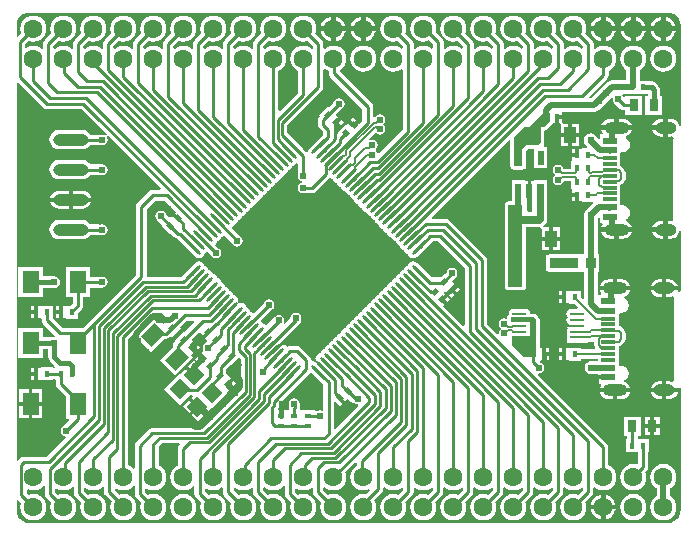
<source format=gtl>
G04*
G04 #@! TF.GenerationSoftware,Altium Limited,Altium Designer,20.2.6 (244)*
G04*
G04 Layer_Physical_Order=1*
G04 Layer_Color=255*
%FSLAX25Y25*%
%MOIN*%
G70*
G04*
G04 #@! TF.SameCoordinates,BD9F10C3-12C2-414E-BCE1-0B8FED7F425F*
G04*
G04*
G04 #@! TF.FilePolarity,Positive*
G04*
G01*
G75*
%ADD10C,0.01000*%
%ADD13C,0.01500*%
G04:AMPARAMS|DCode=20|XSize=62.99mil|YSize=47.24mil|CornerRadius=0mil|HoleSize=0mil|Usage=FLASHONLY|Rotation=225.000|XOffset=0mil|YOffset=0mil|HoleType=Round|Shape=Rectangle|*
%AMROTATEDRECTD20*
4,1,4,0.00557,0.03897,0.03897,0.00557,-0.00557,-0.03897,-0.03897,-0.00557,0.00557,0.03897,0.0*
%
%ADD20ROTATEDRECTD20*%

G04:AMPARAMS|DCode=21|XSize=15.75mil|YSize=19.68mil|CornerRadius=0mil|HoleSize=0mil|Usage=FLASHONLY|Rotation=315.000|XOffset=0mil|YOffset=0mil|HoleType=Round|Shape=Rectangle|*
%AMROTATEDRECTD21*
4,1,4,-0.01253,-0.00139,0.00139,0.01253,0.01253,0.00139,-0.00139,-0.01253,-0.01253,-0.00139,0.0*
%
%ADD21ROTATEDRECTD21*%

%ADD22R,0.01575X0.01968*%
%ADD23R,0.03937X0.05512*%
%ADD24R,0.01968X0.04724*%
%ADD25R,0.03937X0.03150*%
%ADD26R,0.05827X0.07480*%
%ADD27O,0.11811X0.03937*%
G04:AMPARAMS|DCode=28|XSize=15.75mil|YSize=19.68mil|CornerRadius=0mil|HoleSize=0mil|Usage=FLASHONLY|Rotation=225.000|XOffset=0mil|YOffset=0mil|HoleType=Round|Shape=Rectangle|*
%AMROTATEDRECTD28*
4,1,4,-0.00139,0.01253,0.01253,-0.00139,0.00139,-0.01253,-0.01253,0.00139,-0.00139,0.01253,0.0*
%
%ADD28ROTATEDRECTD28*%

%ADD29R,0.01968X0.01575*%
%ADD30R,0.03150X0.03937*%
%ADD31R,0.04724X0.00984*%
%ADD32O,0.04724X0.00984*%
G04:AMPARAMS|DCode=33|XSize=11.81mil|YSize=70.87mil|CornerRadius=0mil|HoleSize=0mil|Usage=FLASHONLY|Rotation=45.000|XOffset=0mil|YOffset=0mil|HoleType=Round|Shape=Round|*
%AMOVALD33*
21,1,0.05906,0.01181,0.00000,0.00000,135.0*
1,1,0.01181,0.02088,-0.02088*
1,1,0.01181,-0.02088,0.02088*
%
%ADD33OVALD33*%

G04:AMPARAMS|DCode=34|XSize=11.81mil|YSize=70.87mil|CornerRadius=0mil|HoleSize=0mil|Usage=FLASHONLY|Rotation=135.000|XOffset=0mil|YOffset=0mil|HoleType=Round|Shape=Round|*
%AMOVALD34*
21,1,0.05906,0.01181,0.00000,0.00000,225.0*
1,1,0.01181,0.02088,0.02088*
1,1,0.01181,-0.02088,-0.02088*
%
%ADD34OVALD34*%

G04:AMPARAMS|DCode=35|XSize=51.18mil|YSize=47.24mil|CornerRadius=0mil|HoleSize=0mil|Usage=FLASHONLY|Rotation=135.000|XOffset=0mil|YOffset=0mil|HoleType=Round|Shape=Rectangle|*
%AMROTATEDRECTD35*
4,1,4,0.03480,-0.00139,0.00139,-0.03480,-0.03480,0.00139,-0.00139,0.03480,0.03480,-0.00139,0.0*
%
%ADD35ROTATEDRECTD35*%

%ADD41R,0.04528X0.01181*%
%ADD42R,0.04528X0.02362*%
%ADD43R,0.03175X0.03402*%
%ADD44C,0.00559*%
%ADD45C,0.01100*%
%ADD46C,0.02000*%
%ADD47C,0.00616*%
%ADD48O,0.07087X0.03937*%
%ADD49O,0.08268X0.03937*%
%ADD50C,0.06299*%
%ADD51C,0.02400*%
G36*
X357926Y261338D02*
Y261338D01*
X357936Y261337D01*
X358417Y261291D01*
X359063Y261205D01*
X360123Y260767D01*
X361032Y260068D01*
X361731Y259158D01*
X362169Y258099D01*
X362312Y257013D01*
X362302Y256962D01*
Y223556D01*
X361802Y223523D01*
X361768Y223783D01*
X361469Y224505D01*
X360993Y225125D01*
X360373Y225601D01*
X359651Y225900D01*
X358876Y226002D01*
X358051D01*
Y223008D01*
Y220014D01*
X358876D01*
X359502Y220096D01*
X359849Y219845D01*
X359954Y219700D01*
X359920Y219444D01*
X359902Y219353D01*
Y192338D01*
X359906Y192320D01*
X359820Y192174D01*
X359460Y191909D01*
X358876Y191986D01*
X358051D01*
Y188992D01*
Y185998D01*
X358876D01*
X359651Y186100D01*
X360373Y186399D01*
X360993Y186875D01*
X361469Y187495D01*
X361768Y188217D01*
X361802Y188477D01*
X362302Y188444D01*
Y168520D01*
X361995Y168480D01*
X361644Y168334D01*
X361261Y168717D01*
X361268Y168733D01*
X361271Y168758D01*
X357551D01*
Y166514D01*
X358376D01*
X359151Y166616D01*
X359637Y166817D01*
X359836Y166696D01*
X360056Y166450D01*
X359989Y165940D01*
X359971Y165849D01*
Y138834D01*
X359989Y138743D01*
X360012Y138569D01*
X359554Y138217D01*
X359151Y138384D01*
X358376Y138486D01*
X357551D01*
Y136242D01*
X361696D01*
X361768Y136297D01*
X361995Y136203D01*
X362371Y136154D01*
Y95889D01*
X362302Y95545D01*
X362302D01*
X362317Y95528D01*
X362169Y94408D01*
X361731Y93348D01*
X361032Y92438D01*
X360123Y91740D01*
X359063Y91301D01*
X357977Y91158D01*
X357926Y91169D01*
X145328D01*
X145328Y91169D01*
Y91169D01*
X144837Y91216D01*
X144191Y91301D01*
X143131Y91740D01*
X142221Y92438D01*
X141523Y93348D01*
X141084Y94408D01*
X140952Y95416D01*
Y98818D01*
X141452Y99025D01*
X142432Y98045D01*
X142262Y97636D01*
X142113Y96500D01*
X142262Y95364D01*
X142701Y94306D01*
X143398Y93398D01*
X144306Y92701D01*
X145364Y92262D01*
X146500Y92113D01*
X147635Y92262D01*
X148694Y92701D01*
X149602Y93398D01*
X150299Y94306D01*
X150738Y95364D01*
X150887Y96500D01*
X150738Y97636D01*
X150299Y98694D01*
X149602Y99602D01*
X148694Y100299D01*
X147635Y100738D01*
X146500Y100887D01*
X145364Y100738D01*
X144955Y100568D01*
X144284Y101239D01*
Y102169D01*
X144784Y102503D01*
X145364Y102262D01*
X146500Y102113D01*
X147635Y102262D01*
X148694Y102701D01*
X149602Y103398D01*
X149817Y103677D01*
X150317Y103508D01*
Y100950D01*
X150449Y100287D01*
X150824Y99724D01*
X152453Y98096D01*
X152262Y97636D01*
X152113Y96500D01*
X152262Y95364D01*
X152701Y94306D01*
X153398Y93398D01*
X154306Y92701D01*
X155365Y92262D01*
X156500Y92113D01*
X157635Y92262D01*
X158694Y92701D01*
X159602Y93398D01*
X160299Y94306D01*
X160738Y95364D01*
X160887Y96500D01*
X160738Y97636D01*
X160299Y98694D01*
X159602Y99602D01*
X158694Y100299D01*
X157635Y100738D01*
X156500Y100887D01*
X155365Y100738D01*
X154904Y100547D01*
X153783Y101668D01*
Y102537D01*
X154232Y102758D01*
X154306Y102701D01*
X155365Y102262D01*
X156500Y102113D01*
X157635Y102262D01*
X158694Y102701D01*
X159462Y103291D01*
X159962Y103098D01*
Y101304D01*
X160094Y100641D01*
X160470Y100078D01*
X162453Y98096D01*
X162262Y97636D01*
X162113Y96500D01*
X162262Y95364D01*
X162701Y94306D01*
X163398Y93398D01*
X164306Y92701D01*
X165365Y92262D01*
X166500Y92113D01*
X167636Y92262D01*
X168694Y92701D01*
X169602Y93398D01*
X170299Y94306D01*
X170738Y95364D01*
X170887Y96500D01*
X170738Y97636D01*
X170299Y98694D01*
X169602Y99602D01*
X168694Y100299D01*
X167636Y100738D01*
X166500Y100887D01*
X165365Y100738D01*
X164904Y100547D01*
X163429Y102022D01*
Y102809D01*
X163878Y103030D01*
X164306Y102701D01*
X165365Y102262D01*
X166500Y102113D01*
X167636Y102262D01*
X168694Y102701D01*
X169513Y103329D01*
X170013Y103185D01*
Y101702D01*
X170145Y101038D01*
X170520Y100476D01*
X172584Y98412D01*
X172262Y97636D01*
X172113Y96500D01*
X172262Y95364D01*
X172701Y94306D01*
X173398Y93398D01*
X174306Y92701D01*
X175364Y92262D01*
X176500Y92113D01*
X177636Y92262D01*
X178694Y92701D01*
X179602Y93398D01*
X180299Y94306D01*
X180738Y95364D01*
X180887Y96500D01*
X180738Y97636D01*
X180299Y98694D01*
X179602Y99602D01*
X178694Y100299D01*
X177636Y100738D01*
X176500Y100887D01*
X175364Y100738D01*
X175221Y100678D01*
X173585Y102314D01*
X173617Y102605D01*
X174130Y102836D01*
X174306Y102701D01*
X175364Y102262D01*
X176500Y102113D01*
X177636Y102262D01*
X178694Y102701D01*
X179602Y103398D01*
X179793Y103647D01*
X180267Y103486D01*
Y101000D01*
X180399Y100337D01*
X180774Y99774D01*
X182453Y98096D01*
X182262Y97636D01*
X182113Y96500D01*
X182262Y95364D01*
X182701Y94306D01*
X183398Y93398D01*
X184306Y92701D01*
X185364Y92262D01*
X186500Y92113D01*
X187636Y92262D01*
X188694Y92701D01*
X189602Y93398D01*
X190299Y94306D01*
X190738Y95364D01*
X190887Y96500D01*
X190738Y97636D01*
X190299Y98694D01*
X189602Y99602D01*
X188694Y100299D01*
X187636Y100738D01*
X186500Y100887D01*
X185364Y100738D01*
X184904Y100547D01*
X183733Y101718D01*
Y102575D01*
X184182Y102796D01*
X184306Y102701D01*
X185364Y102262D01*
X186500Y102113D01*
X187636Y102262D01*
X188694Y102701D01*
X189602Y103398D01*
X190299Y104306D01*
X190738Y105365D01*
X190887Y106500D01*
X190738Y107635D01*
X190299Y108694D01*
X189602Y109602D01*
X188694Y110299D01*
X188284Y110469D01*
Y116761D01*
X189411Y117888D01*
X195211D01*
X195403Y117426D01*
X195238Y117262D01*
X194852Y116683D01*
X194716Y116000D01*
Y110469D01*
X194306Y110299D01*
X193398Y109602D01*
X192701Y108694D01*
X192262Y107635D01*
X192113Y106500D01*
X192262Y105365D01*
X192701Y104306D01*
X193398Y103398D01*
X194306Y102701D01*
X195364Y102262D01*
X196500Y102113D01*
X197635Y102262D01*
X198694Y102701D01*
X199602Y103398D01*
X199742Y103580D01*
X200216Y103420D01*
Y101000D01*
X200352Y100317D01*
X200738Y99738D01*
X202432Y98045D01*
X202262Y97636D01*
X202113Y96500D01*
X202262Y95364D01*
X202701Y94306D01*
X203398Y93398D01*
X204306Y92701D01*
X205364Y92262D01*
X206500Y92113D01*
X207635Y92262D01*
X208694Y92701D01*
X209602Y93398D01*
X210299Y94306D01*
X210738Y95364D01*
X210887Y96500D01*
X210738Y97636D01*
X210299Y98694D01*
X209602Y99602D01*
X208694Y100299D01*
X207635Y100738D01*
X206500Y100887D01*
X205364Y100738D01*
X204955Y100568D01*
X203784Y101739D01*
Y102536D01*
X204233Y102757D01*
X204306Y102701D01*
X205364Y102262D01*
X206500Y102113D01*
X207635Y102262D01*
X208694Y102701D01*
X209216Y103101D01*
X209716Y102855D01*
Y101500D01*
X209852Y100817D01*
X210238Y100238D01*
X212432Y98045D01*
X212262Y97636D01*
X212113Y96500D01*
X212262Y95364D01*
X212701Y94306D01*
X213398Y93398D01*
X214306Y92701D01*
X215365Y92262D01*
X216500Y92113D01*
X217635Y92262D01*
X218694Y92701D01*
X219602Y93398D01*
X220299Y94306D01*
X220738Y95364D01*
X220887Y96500D01*
X220738Y97636D01*
X220299Y98694D01*
X219602Y99602D01*
X218694Y100299D01*
X217635Y100738D01*
X216500Y100887D01*
X215365Y100738D01*
X214955Y100568D01*
X213284Y102239D01*
Y102855D01*
X213784Y103101D01*
X214306Y102701D01*
X215365Y102262D01*
X216500Y102113D01*
X217635Y102262D01*
X218694Y102701D01*
X219267Y103140D01*
X219767Y102894D01*
Y101500D01*
X219899Y100837D01*
X220274Y100274D01*
X222453Y98096D01*
X222262Y97636D01*
X222113Y96500D01*
X222262Y95364D01*
X222701Y94306D01*
X223398Y93398D01*
X224306Y92701D01*
X225364Y92262D01*
X226500Y92113D01*
X227636Y92262D01*
X228694Y92701D01*
X229602Y93398D01*
X230299Y94306D01*
X230738Y95364D01*
X230887Y96500D01*
X230738Y97636D01*
X230299Y98694D01*
X229602Y99602D01*
X228694Y100299D01*
X227636Y100738D01*
X226500Y100887D01*
X225364Y100738D01*
X224904Y100547D01*
X223233Y102218D01*
Y102894D01*
X223733Y103140D01*
X224306Y102701D01*
X225364Y102262D01*
X226500Y102113D01*
X227636Y102262D01*
X228694Y102701D01*
X229602Y103398D01*
X229793Y103647D01*
X230267Y103486D01*
Y101000D01*
X230399Y100337D01*
X230774Y99774D01*
X232453Y98096D01*
X232262Y97636D01*
X232113Y96500D01*
X232262Y95364D01*
X232701Y94306D01*
X233398Y93398D01*
X234306Y92701D01*
X235365Y92262D01*
X236500Y92113D01*
X237635Y92262D01*
X238694Y92701D01*
X239602Y93398D01*
X240299Y94306D01*
X240738Y95364D01*
X240887Y96500D01*
X240738Y97636D01*
X240299Y98694D01*
X239602Y99602D01*
X238694Y100299D01*
X237635Y100738D01*
X236500Y100887D01*
X235365Y100738D01*
X234904Y100547D01*
X233733Y101718D01*
Y102575D01*
X234182Y102796D01*
X234306Y102701D01*
X235365Y102262D01*
X236500Y102113D01*
X237635Y102262D01*
X238694Y102701D01*
X239267Y103140D01*
X239767Y102894D01*
Y101500D01*
X239899Y100837D01*
X240274Y100274D01*
X242453Y98096D01*
X242262Y97636D01*
X242113Y96500D01*
X242262Y95364D01*
X242701Y94306D01*
X243398Y93398D01*
X244306Y92701D01*
X245364Y92262D01*
X246500Y92113D01*
X247636Y92262D01*
X248694Y92701D01*
X249602Y93398D01*
X250299Y94306D01*
X250738Y95364D01*
X250887Y96500D01*
X250738Y97636D01*
X250299Y98694D01*
X249602Y99602D01*
X248694Y100299D01*
X247636Y100738D01*
X246500Y100887D01*
X245364Y100738D01*
X244904Y100547D01*
X243233Y102218D01*
Y102894D01*
X243733Y103140D01*
X244306Y102701D01*
X245364Y102262D01*
X246500Y102113D01*
X247636Y102262D01*
X248694Y102701D01*
X249602Y103398D01*
X250299Y104306D01*
X250738Y105365D01*
X250887Y106500D01*
X250738Y107635D01*
X250547Y108096D01*
X253805Y111354D01*
X254267Y111162D01*
Y110269D01*
X253398Y109602D01*
X252701Y108694D01*
X252262Y107635D01*
X252113Y106500D01*
X252262Y105365D01*
X252701Y104306D01*
X253398Y103398D01*
X254306Y102701D01*
X255364Y102262D01*
X256500Y102113D01*
X257635Y102262D01*
X258435Y102594D01*
X258718Y102170D01*
X257327Y100778D01*
X256500Y100887D01*
X255364Y100738D01*
X254306Y100299D01*
X253398Y99602D01*
X252701Y98694D01*
X252262Y97636D01*
X252113Y96500D01*
X252262Y95364D01*
X252701Y94306D01*
X253398Y93398D01*
X254306Y92701D01*
X255364Y92262D01*
X256500Y92113D01*
X257635Y92262D01*
X258694Y92701D01*
X259602Y93398D01*
X260299Y94306D01*
X260738Y95364D01*
X260887Y96500D01*
X260738Y97636D01*
X260299Y98694D01*
X260232Y98781D01*
X262726Y101274D01*
X263101Y101837D01*
X263233Y102500D01*
Y102894D01*
X263733Y103140D01*
X264306Y102701D01*
X265365Y102262D01*
X266500Y102113D01*
X267635Y102262D01*
X268694Y102701D01*
X269304Y103169D01*
X269804Y102922D01*
Y102255D01*
X268096Y100547D01*
X267635Y100738D01*
X266500Y100887D01*
X265365Y100738D01*
X264306Y100299D01*
X263398Y99602D01*
X262701Y98694D01*
X262262Y97636D01*
X262113Y96500D01*
X262262Y95364D01*
X262701Y94306D01*
X263398Y93398D01*
X264306Y92701D01*
X265365Y92262D01*
X266500Y92113D01*
X267635Y92262D01*
X268694Y92701D01*
X269602Y93398D01*
X270299Y94306D01*
X270738Y95364D01*
X270887Y96500D01*
X270738Y97636D01*
X270547Y98096D01*
X272763Y100311D01*
X273138Y100874D01*
X273270Y101537D01*
Y102866D01*
X273770Y103112D01*
X274306Y102701D01*
X275364Y102262D01*
X276500Y102113D01*
X277636Y102262D01*
X278694Y102701D01*
X279267Y103140D01*
X279767Y102894D01*
Y102218D01*
X278096Y100547D01*
X277636Y100738D01*
X276500Y100887D01*
X275364Y100738D01*
X274306Y100299D01*
X273398Y99602D01*
X272701Y98694D01*
X272262Y97636D01*
X272113Y96500D01*
X272262Y95364D01*
X272701Y94306D01*
X273398Y93398D01*
X274306Y92701D01*
X275364Y92262D01*
X276500Y92113D01*
X277636Y92262D01*
X278694Y92701D01*
X279602Y93398D01*
X280299Y94306D01*
X280738Y95364D01*
X280887Y96500D01*
X280738Y97636D01*
X280547Y98096D01*
X282726Y100274D01*
X283101Y100837D01*
X283233Y101500D01*
Y102894D01*
X283733Y103140D01*
X284306Y102701D01*
X285365Y102262D01*
X286500Y102113D01*
X287635Y102262D01*
X288694Y102701D01*
X289267Y103140D01*
X289767Y102894D01*
Y102218D01*
X288096Y100547D01*
X287635Y100738D01*
X286500Y100887D01*
X285365Y100738D01*
X284306Y100299D01*
X283398Y99602D01*
X282701Y98694D01*
X282262Y97636D01*
X282113Y96500D01*
X282262Y95364D01*
X282701Y94306D01*
X283398Y93398D01*
X284306Y92701D01*
X285365Y92262D01*
X286500Y92113D01*
X287635Y92262D01*
X288694Y92701D01*
X289602Y93398D01*
X290299Y94306D01*
X290738Y95364D01*
X290887Y96500D01*
X290738Y97636D01*
X290547Y98096D01*
X292726Y100274D01*
X293101Y100837D01*
X293233Y101500D01*
Y102894D01*
X293733Y103140D01*
X294306Y102701D01*
X295364Y102262D01*
X296500Y102113D01*
X297636Y102262D01*
X298694Y102701D01*
X299267Y103140D01*
X299767Y102894D01*
Y102218D01*
X298096Y100547D01*
X297636Y100738D01*
X296500Y100887D01*
X295364Y100738D01*
X294306Y100299D01*
X293398Y99602D01*
X292701Y98694D01*
X292262Y97636D01*
X292113Y96500D01*
X292262Y95364D01*
X292701Y94306D01*
X293398Y93398D01*
X294306Y92701D01*
X295364Y92262D01*
X296500Y92113D01*
X297636Y92262D01*
X298694Y92701D01*
X299602Y93398D01*
X300299Y94306D01*
X300738Y95364D01*
X300887Y96500D01*
X300738Y97636D01*
X300547Y98096D01*
X302726Y100274D01*
X303101Y100837D01*
X303233Y101500D01*
Y102894D01*
X303733Y103140D01*
X304306Y102701D01*
X305364Y102262D01*
X306500Y102113D01*
X307635Y102262D01*
X308694Y102701D01*
X309267Y103140D01*
X309767Y102894D01*
Y102218D01*
X308096Y100547D01*
X307635Y100738D01*
X306500Y100887D01*
X305364Y100738D01*
X304306Y100299D01*
X303398Y99602D01*
X302701Y98694D01*
X302262Y97636D01*
X302113Y96500D01*
X302262Y95364D01*
X302701Y94306D01*
X303398Y93398D01*
X304306Y92701D01*
X305364Y92262D01*
X306500Y92113D01*
X307635Y92262D01*
X308694Y92701D01*
X309602Y93398D01*
X310299Y94306D01*
X310738Y95364D01*
X310887Y96500D01*
X310738Y97636D01*
X310547Y98096D01*
X312726Y100274D01*
X313101Y100837D01*
X313233Y101500D01*
Y102894D01*
X313733Y103140D01*
X314306Y102701D01*
X315365Y102262D01*
X316500Y102113D01*
X317635Y102262D01*
X318694Y102701D01*
X319267Y103140D01*
X319767Y102894D01*
Y102218D01*
X318096Y100547D01*
X317635Y100738D01*
X316500Y100887D01*
X315365Y100738D01*
X314306Y100299D01*
X313398Y99602D01*
X312701Y98694D01*
X312262Y97636D01*
X312113Y96500D01*
X312262Y95364D01*
X312701Y94306D01*
X313398Y93398D01*
X314306Y92701D01*
X315365Y92262D01*
X316500Y92113D01*
X317635Y92262D01*
X318694Y92701D01*
X319602Y93398D01*
X320299Y94306D01*
X320738Y95364D01*
X320887Y96500D01*
X320738Y97636D01*
X320547Y98096D01*
X322726Y100274D01*
X323101Y100837D01*
X323233Y101500D01*
Y102894D01*
X323733Y103140D01*
X324306Y102701D01*
X325364Y102262D01*
X326500Y102113D01*
X327636Y102262D01*
X328694Y102701D01*
X329267Y103140D01*
X329767Y102894D01*
Y102218D01*
X328096Y100547D01*
X327636Y100738D01*
X326500Y100887D01*
X325364Y100738D01*
X324306Y100299D01*
X323398Y99602D01*
X322701Y98694D01*
X322262Y97636D01*
X322113Y96500D01*
X322262Y95364D01*
X322701Y94306D01*
X323398Y93398D01*
X324306Y92701D01*
X325364Y92262D01*
X326500Y92113D01*
X327636Y92262D01*
X328694Y92701D01*
X329602Y93398D01*
X330299Y94306D01*
X330738Y95364D01*
X330887Y96500D01*
X330738Y97636D01*
X330547Y98096D01*
X332726Y100274D01*
X333101Y100837D01*
X333233Y101500D01*
Y102894D01*
X333733Y103140D01*
X334306Y102701D01*
X335365Y102262D01*
X336500Y102113D01*
X337635Y102262D01*
X338694Y102701D01*
X339602Y103398D01*
X340299Y104306D01*
X340738Y105365D01*
X340887Y106500D01*
X340738Y107635D01*
X340299Y108694D01*
X339602Y109602D01*
X338694Y110299D01*
X338233Y110490D01*
Y116500D01*
X338101Y117163D01*
X337726Y117726D01*
X314746Y140706D01*
X314992Y141166D01*
X315000Y141165D01*
X315702Y141304D01*
X316298Y141702D01*
X316696Y142298D01*
X316835Y143000D01*
X316696Y143702D01*
X316298Y144298D01*
X315863Y144588D01*
X315436Y145016D01*
X315643Y145516D01*
X316172D01*
Y147500D01*
Y149484D01*
X315307D01*
X315269Y151484D01*
Y159197D01*
X315176Y159665D01*
X314910Y160062D01*
X314268Y160704D01*
X313871Y160969D01*
X313403Y161063D01*
X312112Y161063D01*
X312002Y161613D01*
X311628Y162173D01*
X311069Y162547D01*
X310408Y162678D01*
X306668D01*
X306008Y162547D01*
X305448Y162173D01*
X305074Y161613D01*
X304943Y160953D01*
X304974Y160797D01*
X304835Y160704D01*
X304835Y160704D01*
X304570Y160307D01*
X304476Y159839D01*
Y159700D01*
X303976Y159372D01*
X303500Y159467D01*
X302798Y159327D01*
X302202Y158929D01*
X301804Y158334D01*
X301665Y157632D01*
X301804Y156929D01*
X302202Y156334D01*
X302280Y156282D01*
Y155782D01*
X302202Y155729D01*
X301804Y155134D01*
X301675Y154483D01*
X301490Y154370D01*
X301189Y154263D01*
X297733Y157718D01*
Y179000D01*
X297601Y179663D01*
X297226Y180226D01*
X285226Y192226D01*
X284663Y192601D01*
X284000Y192733D01*
X279466D01*
X279275Y193195D01*
X305067Y218988D01*
X305529Y218796D01*
X305529Y210198D01*
X305622Y209730D01*
X305887Y209333D01*
X306284Y209068D01*
X306752Y208975D01*
X309570Y208975D01*
X310038Y209068D01*
X310435Y209333D01*
X310700Y209730D01*
X310793Y210198D01*
X310793Y215315D01*
X311443Y215965D01*
X313434D01*
Y209450D01*
X317803D01*
Y216574D01*
X316763D01*
Y217626D01*
X316787Y217744D01*
Y222037D01*
X317230Y222126D01*
X317627Y222391D01*
X319528Y224292D01*
X319677Y224516D01*
X320400D01*
Y226500D01*
X321000D01*
Y227100D01*
X322787D01*
Y228257D01*
X333506D01*
X334364Y228428D01*
X335092Y228914D01*
X336589Y230411D01*
X339273Y233096D01*
X339734Y232849D01*
X339665Y232500D01*
X339804Y231798D01*
X340202Y231202D01*
X340420Y231057D01*
X342207Y229270D01*
X342207Y229270D01*
X342786Y228883D01*
X343468Y228747D01*
X343879D01*
Y227363D01*
X349428D01*
Y233700D01*
X343879D01*
Y233298D01*
X343417Y233107D01*
X342943Y233580D01*
X342829Y233751D01*
X342883Y233972D01*
X343019Y234251D01*
X346210D01*
X346506Y234310D01*
X347765D01*
Y234310D01*
X351512D01*
Y233700D01*
X350572D01*
Y227363D01*
X356121D01*
Y233700D01*
X355488D01*
Y235615D01*
X355337Y236376D01*
X354906Y237021D01*
X354027Y237900D01*
X353382Y238331D01*
X352621Y238482D01*
X351740D01*
Y238678D01*
X348598D01*
Y242161D01*
X348694Y242201D01*
X349602Y242898D01*
X350299Y243806D01*
X350738Y244865D01*
X350887Y246000D01*
X350738Y247135D01*
X350299Y248194D01*
X349602Y249102D01*
X348694Y249799D01*
X347636Y250238D01*
X346500Y250387D01*
X345364Y250238D01*
X344306Y249799D01*
X343398Y249102D01*
X342701Y248194D01*
X342262Y247135D01*
X342113Y246000D01*
X342262Y244865D01*
X342701Y243806D01*
X343398Y242898D01*
X344112Y242350D01*
Y238737D01*
X339500D01*
X338641Y238566D01*
X337914Y238080D01*
X333417Y233583D01*
X332577Y232743D01*
X331920D01*
X331728Y233205D01*
X337762Y239238D01*
X337762Y239238D01*
X338148Y239817D01*
X338284Y240500D01*
Y242031D01*
X338694Y242201D01*
X339602Y242898D01*
X340299Y243806D01*
X340738Y244865D01*
X340887Y246000D01*
X340738Y247135D01*
X340299Y248194D01*
X339602Y249102D01*
X338694Y249799D01*
X337635Y250238D01*
X336500Y250387D01*
X335365Y250238D01*
X334306Y249799D01*
X333784Y249399D01*
X333284Y249645D01*
Y251000D01*
X333284Y251000D01*
X333149Y251683D01*
X332762Y252262D01*
X332762Y252262D01*
X330568Y254455D01*
X330738Y254865D01*
X330887Y256000D01*
X330738Y257136D01*
X330299Y258194D01*
X329602Y259102D01*
X328694Y259799D01*
X327636Y260238D01*
X326500Y260387D01*
X325364Y260238D01*
X324306Y259799D01*
X323398Y259102D01*
X322701Y258194D01*
X322262Y257136D01*
X322113Y256000D01*
X322262Y254865D01*
X322701Y253806D01*
X323398Y252898D01*
X324306Y252201D01*
X325364Y251762D01*
X326500Y251613D01*
X327636Y251762D01*
X328045Y251932D01*
X329716Y250261D01*
Y249645D01*
X329216Y249399D01*
X328694Y249799D01*
X327636Y250238D01*
X326500Y250387D01*
X325364Y250238D01*
X324306Y249799D01*
X323784Y249399D01*
X323284Y249645D01*
Y251000D01*
X323284Y251000D01*
X323148Y251683D01*
X322762Y252262D01*
X322762Y252262D01*
X320568Y254455D01*
X320738Y254865D01*
X320887Y256000D01*
X320738Y257136D01*
X320299Y258194D01*
X319602Y259102D01*
X318694Y259799D01*
X317635Y260238D01*
X316500Y260387D01*
X315365Y260238D01*
X314306Y259799D01*
X313398Y259102D01*
X312701Y258194D01*
X312262Y257136D01*
X312113Y256000D01*
X312262Y254865D01*
X312701Y253806D01*
X313398Y252898D01*
X314306Y252201D01*
X315365Y251762D01*
X316500Y251613D01*
X317635Y251762D01*
X318045Y251932D01*
X319716Y250261D01*
Y249645D01*
X319216Y249399D01*
X318694Y249799D01*
X317635Y250238D01*
X316500Y250387D01*
X315365Y250238D01*
X314306Y249799D01*
X313784Y249399D01*
X313284Y249645D01*
Y251000D01*
X313284Y251000D01*
X313148Y251683D01*
X312762Y252262D01*
X312762Y252262D01*
X310568Y254455D01*
X310738Y254865D01*
X310887Y256000D01*
X310738Y257136D01*
X310299Y258194D01*
X309602Y259102D01*
X308694Y259799D01*
X307635Y260238D01*
X306500Y260387D01*
X305364Y260238D01*
X304306Y259799D01*
X303398Y259102D01*
X302701Y258194D01*
X302262Y257136D01*
X302113Y256000D01*
X302262Y254865D01*
X302701Y253806D01*
X303398Y252898D01*
X304306Y252201D01*
X305364Y251762D01*
X306500Y251613D01*
X307635Y251762D01*
X308045Y251932D01*
X309716Y250261D01*
Y249645D01*
X309216Y249399D01*
X308694Y249799D01*
X307635Y250238D01*
X306500Y250387D01*
X305364Y250238D01*
X304306Y249799D01*
X303784Y249399D01*
X303284Y249645D01*
Y251000D01*
X303284Y251000D01*
X303149Y251683D01*
X302762Y252262D01*
X302762Y252262D01*
X300568Y254455D01*
X300738Y254865D01*
X300887Y256000D01*
X300738Y257136D01*
X300299Y258194D01*
X299602Y259102D01*
X298694Y259799D01*
X297636Y260238D01*
X296500Y260387D01*
X295364Y260238D01*
X294306Y259799D01*
X293398Y259102D01*
X292701Y258194D01*
X292262Y257136D01*
X292113Y256000D01*
X292262Y254865D01*
X292701Y253806D01*
X293398Y252898D01*
X294306Y252201D01*
X295364Y251762D01*
X296500Y251613D01*
X297636Y251762D01*
X298045Y251932D01*
X299716Y250261D01*
Y249645D01*
X299216Y249399D01*
X298694Y249799D01*
X297636Y250238D01*
X296500Y250387D01*
X295364Y250238D01*
X294306Y249799D01*
X293784Y249399D01*
X293284Y249645D01*
Y251000D01*
X293284Y251000D01*
X293148Y251683D01*
X292762Y252262D01*
X292762Y252262D01*
X290568Y254455D01*
X290738Y254865D01*
X290887Y256000D01*
X290738Y257136D01*
X290299Y258194D01*
X289602Y259102D01*
X288694Y259799D01*
X287635Y260238D01*
X286500Y260387D01*
X285365Y260238D01*
X284306Y259799D01*
X283398Y259102D01*
X282701Y258194D01*
X282262Y257136D01*
X282113Y256000D01*
X282262Y254865D01*
X282701Y253806D01*
X283398Y252898D01*
X284306Y252201D01*
X285365Y251762D01*
X286500Y251613D01*
X287635Y251762D01*
X288045Y251932D01*
X289716Y250261D01*
Y249645D01*
X289216Y249399D01*
X288694Y249799D01*
X287635Y250238D01*
X286500Y250387D01*
X285365Y250238D01*
X284306Y249799D01*
X283784Y249399D01*
X283284Y249645D01*
Y251500D01*
X283149Y252183D01*
X282762Y252762D01*
X280715Y254809D01*
X280738Y254865D01*
X280887Y256000D01*
X280738Y257136D01*
X280299Y258194D01*
X279602Y259102D01*
X278694Y259799D01*
X277636Y260238D01*
X276500Y260387D01*
X275364Y260238D01*
X274306Y259799D01*
X273398Y259102D01*
X272701Y258194D01*
X272262Y257136D01*
X272113Y256000D01*
X272262Y254865D01*
X272701Y253806D01*
X273398Y252898D01*
X274306Y252201D01*
X275364Y251762D01*
X276500Y251613D01*
X277636Y251762D01*
X278398Y252078D01*
X279716Y250761D01*
Y249645D01*
X279216Y249399D01*
X278694Y249799D01*
X277636Y250238D01*
X276500Y250387D01*
X275364Y250238D01*
X274306Y249799D01*
X273784Y249399D01*
X273284Y249645D01*
Y251000D01*
X273284Y251000D01*
X273148Y251683D01*
X272762Y252262D01*
X272762Y252262D01*
X270568Y254455D01*
X270738Y254865D01*
X270887Y256000D01*
X270738Y257136D01*
X270299Y258194D01*
X269602Y259102D01*
X268694Y259799D01*
X267635Y260238D01*
X266500Y260387D01*
X265365Y260238D01*
X264306Y259799D01*
X263398Y259102D01*
X262701Y258194D01*
X262262Y257136D01*
X262113Y256000D01*
X262262Y254865D01*
X262701Y253806D01*
X263398Y252898D01*
X264306Y252201D01*
X265365Y251762D01*
X266500Y251613D01*
X267635Y251762D01*
X268045Y251932D01*
X269716Y250261D01*
Y249645D01*
X269216Y249399D01*
X268694Y249799D01*
X267635Y250238D01*
X266500Y250387D01*
X265365Y250238D01*
X264306Y249799D01*
X263398Y249102D01*
X262701Y248194D01*
X262262Y247135D01*
X262113Y246000D01*
X262262Y244865D01*
X262701Y243806D01*
X263398Y242898D01*
X264306Y242201D01*
X265365Y241762D01*
X266500Y241613D01*
X267635Y241762D01*
X268694Y242201D01*
X269216Y242601D01*
X269716Y242355D01*
Y222366D01*
X261763Y214413D01*
X261220Y214578D01*
X261196Y214702D01*
X260798Y215298D01*
X260719Y215350D01*
Y215850D01*
X260798Y215902D01*
X261196Y216498D01*
X261335Y217200D01*
X261196Y217902D01*
X260798Y218498D01*
X260202Y218896D01*
X259500Y219035D01*
X258798Y218896D01*
X258675Y218813D01*
X258356Y219202D01*
X260206Y221052D01*
X260702Y221202D01*
X261298Y220804D01*
X262000Y220665D01*
X262702Y220804D01*
X263298Y221202D01*
X263696Y221798D01*
X263835Y222500D01*
X263696Y223202D01*
X263298Y223798D01*
X263219Y223850D01*
Y224350D01*
X263298Y224402D01*
X263696Y224998D01*
X263835Y225700D01*
X263696Y226402D01*
X263298Y226998D01*
X262702Y227396D01*
X262000Y227535D01*
X261298Y227396D01*
X260702Y226998D01*
X260304Y226402D01*
X259835Y226531D01*
X259784Y226552D01*
Y230000D01*
X259648Y230683D01*
X259262Y231262D01*
X259262Y231262D01*
X248814Y241709D01*
X248788Y241816D01*
X248857Y242326D01*
X249602Y242898D01*
X250299Y243806D01*
X250738Y244865D01*
X250887Y246000D01*
X250738Y247135D01*
X250299Y248194D01*
X249602Y249102D01*
X248694Y249799D01*
X247636Y250238D01*
X246500Y250387D01*
X245364Y250238D01*
X244306Y249799D01*
X243733Y249360D01*
X243233Y249606D01*
Y251000D01*
X243101Y251663D01*
X242726Y252226D01*
X240547Y254404D01*
X240738Y254865D01*
X240887Y256000D01*
X240738Y257136D01*
X240299Y258194D01*
X239602Y259102D01*
X238694Y259799D01*
X237635Y260238D01*
X236500Y260387D01*
X235365Y260238D01*
X234306Y259799D01*
X233398Y259102D01*
X232701Y258194D01*
X232262Y257136D01*
X232113Y256000D01*
X232262Y254865D01*
X232701Y253806D01*
X233398Y252898D01*
X234306Y252201D01*
X235365Y251762D01*
X236500Y251613D01*
X237635Y251762D01*
X238096Y251953D01*
X239767Y250282D01*
Y249606D01*
X239267Y249360D01*
X238694Y249799D01*
X237635Y250238D01*
X236500Y250387D01*
X235365Y250238D01*
X234306Y249799D01*
X233398Y249102D01*
X232701Y248194D01*
X232262Y247135D01*
X232113Y246000D01*
X232262Y244865D01*
X232701Y243806D01*
X233398Y242898D01*
X234306Y242201D01*
X234767Y242010D01*
Y234718D01*
X228695Y228646D01*
X228233Y228838D01*
Y242010D01*
X228694Y242201D01*
X229602Y242898D01*
X230299Y243806D01*
X230738Y244865D01*
X230887Y246000D01*
X230738Y247135D01*
X230299Y248194D01*
X229602Y249102D01*
X228694Y249799D01*
X227636Y250238D01*
X226500Y250387D01*
X225364Y250238D01*
X224306Y249799D01*
X223733Y249360D01*
X223233Y249606D01*
Y250282D01*
X224904Y251953D01*
X225364Y251762D01*
X226500Y251613D01*
X227636Y251762D01*
X228694Y252201D01*
X229602Y252898D01*
X230299Y253806D01*
X230738Y254865D01*
X230887Y256000D01*
X230738Y257136D01*
X230299Y258194D01*
X229602Y259102D01*
X228694Y259799D01*
X227636Y260238D01*
X226500Y260387D01*
X225364Y260238D01*
X224306Y259799D01*
X223398Y259102D01*
X222701Y258194D01*
X222262Y257136D01*
X222113Y256000D01*
X222262Y254865D01*
X222453Y254404D01*
X220274Y252226D01*
X219899Y251663D01*
X219767Y251000D01*
Y249606D01*
X219267Y249360D01*
X218694Y249799D01*
X217635Y250238D01*
X216500Y250387D01*
X215365Y250238D01*
X214306Y249799D01*
X213733Y249360D01*
X213233Y249606D01*
Y250282D01*
X214904Y251953D01*
X215365Y251762D01*
X216500Y251613D01*
X217635Y251762D01*
X218694Y252201D01*
X219602Y252898D01*
X220299Y253806D01*
X220738Y254865D01*
X220887Y256000D01*
X220738Y257136D01*
X220299Y258194D01*
X219602Y259102D01*
X218694Y259799D01*
X217635Y260238D01*
X216500Y260387D01*
X215365Y260238D01*
X214306Y259799D01*
X213398Y259102D01*
X212701Y258194D01*
X212262Y257136D01*
X212113Y256000D01*
X212262Y254865D01*
X212453Y254404D01*
X210274Y252226D01*
X209899Y251663D01*
X209767Y251000D01*
Y249606D01*
X209267Y249360D01*
X208694Y249799D01*
X207635Y250238D01*
X206500Y250387D01*
X205364Y250238D01*
X204306Y249799D01*
X203733Y249360D01*
X203233Y249606D01*
Y250282D01*
X204904Y251953D01*
X205364Y251762D01*
X206500Y251613D01*
X207635Y251762D01*
X208694Y252201D01*
X209602Y252898D01*
X210299Y253806D01*
X210738Y254865D01*
X210887Y256000D01*
X210738Y257136D01*
X210299Y258194D01*
X209602Y259102D01*
X208694Y259799D01*
X207635Y260238D01*
X206500Y260387D01*
X205364Y260238D01*
X204306Y259799D01*
X203398Y259102D01*
X202701Y258194D01*
X202262Y257136D01*
X202113Y256000D01*
X202262Y254865D01*
X202453Y254404D01*
X200274Y252226D01*
X199899Y251663D01*
X199767Y251000D01*
Y249606D01*
X199267Y249360D01*
X198694Y249799D01*
X197635Y250238D01*
X196500Y250387D01*
X195364Y250238D01*
X194306Y249799D01*
X193725Y249353D01*
X193225Y249600D01*
Y250273D01*
X194904Y251953D01*
X195364Y251762D01*
X196500Y251613D01*
X197635Y251762D01*
X198694Y252201D01*
X199602Y252898D01*
X200299Y253806D01*
X200738Y254865D01*
X200887Y256000D01*
X200738Y257136D01*
X200299Y258194D01*
X199602Y259102D01*
X198694Y259799D01*
X197635Y260238D01*
X196500Y260387D01*
X195364Y260238D01*
X194306Y259799D01*
X193398Y259102D01*
X192701Y258194D01*
X192262Y257136D01*
X192113Y256000D01*
X192262Y254865D01*
X192453Y254404D01*
X190266Y252217D01*
X189890Y251655D01*
X189758Y250991D01*
Y249613D01*
X189258Y249366D01*
X188694Y249799D01*
X187636Y250238D01*
X186500Y250387D01*
X185364Y250238D01*
X184306Y249799D01*
X183733Y249360D01*
X183233Y249606D01*
Y250282D01*
X184904Y251953D01*
X185364Y251762D01*
X186500Y251613D01*
X187636Y251762D01*
X188694Y252201D01*
X189602Y252898D01*
X190299Y253806D01*
X190738Y254865D01*
X190887Y256000D01*
X190738Y257136D01*
X190299Y258194D01*
X189602Y259102D01*
X188694Y259799D01*
X187636Y260238D01*
X186500Y260387D01*
X185364Y260238D01*
X184306Y259799D01*
X183398Y259102D01*
X182701Y258194D01*
X182262Y257136D01*
X182113Y256000D01*
X182262Y254865D01*
X182453Y254404D01*
X180274Y252226D01*
X179899Y251663D01*
X179767Y251000D01*
Y249606D01*
X179267Y249360D01*
X178694Y249799D01*
X177636Y250238D01*
X176500Y250387D01*
X175364Y250238D01*
X174306Y249799D01*
X173733Y249360D01*
X173233Y249606D01*
Y250282D01*
X174904Y251953D01*
X175364Y251762D01*
X176500Y251613D01*
X177636Y251762D01*
X178694Y252201D01*
X179602Y252898D01*
X180299Y253806D01*
X180738Y254865D01*
X180887Y256000D01*
X180738Y257136D01*
X180299Y258194D01*
X179602Y259102D01*
X178694Y259799D01*
X177636Y260238D01*
X176500Y260387D01*
X175364Y260238D01*
X174306Y259799D01*
X173398Y259102D01*
X172701Y258194D01*
X172262Y257136D01*
X172113Y256000D01*
X172262Y254865D01*
X172453Y254404D01*
X170274Y252226D01*
X169899Y251663D01*
X169767Y251000D01*
Y249606D01*
X169267Y249360D01*
X168694Y249799D01*
X167636Y250238D01*
X166500Y250387D01*
X165365Y250238D01*
X164306Y249799D01*
X163733Y249360D01*
X163233Y249606D01*
Y250282D01*
X164904Y251953D01*
X165365Y251762D01*
X166500Y251613D01*
X167636Y251762D01*
X168694Y252201D01*
X169602Y252898D01*
X170299Y253806D01*
X170738Y254865D01*
X170887Y256000D01*
X170738Y257136D01*
X170299Y258194D01*
X169602Y259102D01*
X168694Y259799D01*
X167636Y260238D01*
X166500Y260387D01*
X165365Y260238D01*
X164306Y259799D01*
X163398Y259102D01*
X162701Y258194D01*
X162262Y257136D01*
X162113Y256000D01*
X162262Y254865D01*
X162453Y254404D01*
X160274Y252226D01*
X159899Y251663D01*
X159767Y251000D01*
Y249606D01*
X159267Y249360D01*
X158694Y249799D01*
X157635Y250238D01*
X156500Y250387D01*
X155365Y250238D01*
X154306Y249799D01*
X153733Y249360D01*
X153233Y249606D01*
Y250282D01*
X154904Y251953D01*
X155365Y251762D01*
X156500Y251613D01*
X157635Y251762D01*
X158694Y252201D01*
X159602Y252898D01*
X160299Y253806D01*
X160738Y254865D01*
X160887Y256000D01*
X160738Y257136D01*
X160299Y258194D01*
X159602Y259102D01*
X158694Y259799D01*
X157635Y260238D01*
X156500Y260387D01*
X155365Y260238D01*
X154306Y259799D01*
X153398Y259102D01*
X152701Y258194D01*
X152262Y257136D01*
X152113Y256000D01*
X152262Y254865D01*
X152453Y254404D01*
X150274Y252226D01*
X149899Y251663D01*
X149767Y251000D01*
Y249606D01*
X149267Y249360D01*
X148694Y249799D01*
X147635Y250238D01*
X146500Y250387D01*
X145364Y250238D01*
X144306Y249799D01*
X144185Y249706D01*
X143737Y249927D01*
Y250785D01*
X144904Y251953D01*
X145364Y251762D01*
X146500Y251613D01*
X147635Y251762D01*
X148694Y252201D01*
X149602Y252898D01*
X150299Y253806D01*
X150738Y254865D01*
X150887Y256000D01*
X150738Y257136D01*
X150299Y258194D01*
X149602Y259102D01*
X148694Y259799D01*
X147635Y260238D01*
X146500Y260387D01*
X145364Y260238D01*
X144306Y259799D01*
X143398Y259102D01*
X142701Y258194D01*
X142262Y257136D01*
X142113Y256000D01*
X142262Y254865D01*
X142453Y254404D01*
X141413Y253365D01*
X140952Y253556D01*
Y256462D01*
X140952Y256962D01*
D01*
X140997Y257439D01*
X141084Y258099D01*
X141523Y259158D01*
X142221Y260068D01*
X143131Y260767D01*
X144191Y261205D01*
X144843Y261291D01*
X145328Y261338D01*
X145328Y261338D01*
X145819Y261338D01*
X357926D01*
X357926Y261338D01*
D02*
G37*
G36*
X244306Y242201D02*
X245015Y241907D01*
Y241200D01*
X245151Y240518D01*
X245538Y239939D01*
X256216Y229261D01*
Y225293D01*
X255228Y224305D01*
X254941Y224592D01*
X253677Y223328D01*
X253253Y223753D01*
X252829Y223328D01*
X251425Y224732D01*
X250750Y224056D01*
X250608Y224198D01*
X247797Y221387D01*
X248080Y221104D01*
X247364Y220387D01*
X247146Y220061D01*
X246646Y220213D01*
Y221841D01*
X247113Y222080D01*
X247113D01*
X248092Y223059D01*
X246828Y224323D01*
X247252Y224747D01*
X246828Y225171D01*
X248231Y226575D01*
X247555Y227250D01*
X247697Y227392D01*
X247517Y227572D01*
X248709Y228763D01*
X248726Y228774D01*
X249363Y229412D01*
X249798Y229702D01*
X250196Y230298D01*
X250335Y231000D01*
X250196Y231702D01*
X249798Y232298D01*
X249202Y232696D01*
X248500Y232835D01*
X247798Y232696D01*
X247202Y232298D01*
X246912Y231863D01*
X246285Y231237D01*
X246269Y231226D01*
X245066Y230023D01*
X244886Y230203D01*
X241797Y227114D01*
X241980Y226931D01*
X241921Y226872D01*
X241545Y226310D01*
X241413Y225646D01*
Y223995D01*
X241545Y223331D01*
X241921Y222769D01*
X243179Y221511D01*
Y220526D01*
X243109Y220455D01*
X242683Y220171D01*
X238507Y215995D01*
X238112Y215403D01*
X238037Y215028D01*
X237494Y214863D01*
X236756Y215601D01*
X236493Y215995D01*
X232318Y220171D01*
X231924Y220434D01*
X231233Y221125D01*
Y223782D01*
X242726Y235274D01*
X243101Y235837D01*
X243233Y236500D01*
Y242394D01*
X243733Y242640D01*
X244306Y242201D01*
D02*
G37*
G36*
X149774Y229774D02*
X150337Y229399D01*
X151000Y229267D01*
X162511D01*
X170982Y220796D01*
X170663Y220407D01*
X170587Y220458D01*
X170232Y220696D01*
X169530Y220835D01*
X169017Y220733D01*
X165601D01*
X165197Y221260D01*
X164535Y221768D01*
X163764Y222087D01*
X162937Y222196D01*
X155063D01*
X154236Y222087D01*
X153465Y221768D01*
X152803Y221260D01*
X152295Y220598D01*
X151976Y219827D01*
X151867Y219000D01*
X151976Y218173D01*
X152295Y217402D01*
X152803Y216740D01*
X153465Y216232D01*
X154236Y215913D01*
X155063Y215804D01*
X162937D01*
X163764Y215913D01*
X164535Y216232D01*
X165197Y216740D01*
X165601Y217267D01*
X169017D01*
X169530Y217165D01*
X170232Y217304D01*
X170827Y217702D01*
X171225Y218298D01*
X171365Y219000D01*
X171225Y219702D01*
X170988Y220057D01*
X170937Y220134D01*
X171325Y220452D01*
X189031Y202746D01*
X188840Y202284D01*
X186500D01*
X185817Y202149D01*
X185238Y201762D01*
X185238Y201762D01*
X181238Y197762D01*
X180851Y197183D01*
X180716Y196500D01*
Y173942D01*
X165622Y158849D01*
X165622Y158848D01*
X162964Y156190D01*
X159183D01*
X159011Y156224D01*
X156299D01*
X153030Y159493D01*
Y163684D01*
X149056D01*
Y163484D01*
X148100D01*
Y161500D01*
Y159516D01*
X149056D01*
Y159315D01*
X149259D01*
Y158957D01*
X149395Y158274D01*
X149781Y157695D01*
X153785Y153691D01*
X153539Y153230D01*
X153500Y153238D01*
X149739D01*
Y156190D01*
X141513D01*
Y146310D01*
X149739D01*
Y149262D01*
X151512D01*
Y146500D01*
X151663Y145739D01*
X152094Y145094D01*
X153569Y143620D01*
X153741Y143185D01*
X153500Y142784D01*
X153030D01*
Y143184D01*
X149056D01*
Y142984D01*
X148100D01*
Y141000D01*
Y139016D01*
X149056D01*
Y138815D01*
X153030D01*
Y139216D01*
X153741D01*
Y138816D01*
X153944D01*
Y137472D01*
X154080Y136789D01*
X154467Y136210D01*
X157261Y133417D01*
Y126060D01*
X158383D01*
X158574Y125598D01*
X156420Y123443D01*
X156202Y123298D01*
X155804Y122702D01*
X155665Y122000D01*
X155804Y121298D01*
X156202Y120702D01*
X156798Y120304D01*
X157116Y120241D01*
X157281Y119699D01*
X150866Y113284D01*
X143500D01*
X142817Y113148D01*
X142238Y112762D01*
X142238Y112762D01*
X141452Y111975D01*
X140952Y112182D01*
Y237944D01*
X141413Y238135D01*
X149774Y229774D01*
D02*
G37*
G36*
X318663Y225157D02*
X316761Y223256D01*
X315563D01*
Y217744D01*
X315007Y217188D01*
X310937D01*
X309570Y215821D01*
X309570Y210198D01*
X306752Y210198D01*
X306752Y219957D01*
X310051Y223256D01*
X311632D01*
X316340Y227964D01*
X318663D01*
Y225157D01*
D02*
G37*
G36*
X234367Y211211D02*
X234767Y210860D01*
Y207513D01*
X234665Y207000D01*
X234804Y206298D01*
X235202Y205702D01*
X235798Y205304D01*
X236047Y205255D01*
Y204745D01*
X235798Y204696D01*
X235202Y204298D01*
X234804Y203702D01*
X234665Y203000D01*
X234804Y202298D01*
X235202Y201702D01*
X235798Y201304D01*
X236500Y201165D01*
X236756Y201216D01*
X239500D01*
X240183Y201351D01*
X240762Y201738D01*
X245236Y206212D01*
X245236Y206212D01*
X245834Y206208D01*
X246059Y206058D01*
X246396Y205991D01*
X246463Y205654D01*
X246859Y205061D01*
X247451Y204666D01*
X247788Y204599D01*
X247855Y204262D01*
X248251Y203670D01*
X248843Y203274D01*
X249180Y203207D01*
X249247Y202870D01*
X249643Y202277D01*
X250235Y201882D01*
X250572Y201815D01*
X250639Y201478D01*
X251035Y200886D01*
X251627Y200490D01*
X251964Y200423D01*
X252031Y200086D01*
X252427Y199494D01*
X253019Y199098D01*
X253356Y199031D01*
X253423Y198694D01*
X253819Y198102D01*
X254411Y197706D01*
X254748Y197639D01*
X254815Y197302D01*
X255211Y196710D01*
X255803Y196314D01*
X256140Y196247D01*
X256207Y195910D01*
X256603Y195318D01*
X257195Y194922D01*
X257532Y194855D01*
X257599Y194518D01*
X257995Y193926D01*
X258587Y193530D01*
X258924Y193463D01*
X258991Y193126D01*
X259386Y192534D01*
X259979Y192138D01*
X260316Y192071D01*
X260383Y191734D01*
X260778Y191142D01*
X261371Y190746D01*
X261708Y190679D01*
X261775Y190342D01*
X262170Y189750D01*
X262763Y189354D01*
X263100Y189287D01*
X263167Y188950D01*
X263562Y188358D01*
X264155Y187962D01*
X264492Y187895D01*
X264559Y187558D01*
X264954Y186966D01*
X265546Y186570D01*
X265883Y186503D01*
X265950Y186167D01*
X266346Y185574D01*
X266938Y185178D01*
X267275Y185111D01*
X267342Y184775D01*
X267738Y184182D01*
X268330Y183786D01*
X268667Y183720D01*
X268734Y183383D01*
X269130Y182790D01*
X269722Y182395D01*
X270059Y182328D01*
X270126Y181991D01*
X270522Y181398D01*
X271114Y181003D01*
X271451Y180936D01*
X271518Y180599D01*
X271914Y180007D01*
X272506Y179611D01*
X273205Y179472D01*
X273903Y179611D01*
X274496Y180007D01*
X278672Y184182D01*
X278935Y184576D01*
X279626Y185267D01*
X281282D01*
X290267Y176282D01*
Y157177D01*
X289805Y156985D01*
X283162Y163628D01*
X283592Y164059D01*
X282329Y165323D01*
X282753Y165747D01*
X282329Y166172D01*
X283732Y167575D01*
X283438Y167868D01*
X283526Y168196D01*
X283898Y168296D01*
X284173Y168021D01*
X285576Y169424D01*
X286979Y170827D01*
X286303Y171503D01*
X286445Y171645D01*
X286143Y171947D01*
X287226Y173030D01*
X287601Y173592D01*
X287620Y173684D01*
X287696Y173798D01*
X287835Y174500D01*
X287696Y175202D01*
X287298Y175798D01*
X286702Y176196D01*
X286000Y176335D01*
X285298Y176196D01*
X284702Y175798D01*
X284304Y175202D01*
X284257Y174963D01*
X283692Y174398D01*
X283634Y174455D01*
X282278Y173100D01*
X279307D01*
X278836Y173571D01*
X278672Y173817D01*
X274496Y177993D01*
X273903Y178388D01*
X273205Y178527D01*
X272506Y178388D01*
X271914Y177993D01*
X271518Y177400D01*
X271451Y177064D01*
X271114Y176996D01*
X270522Y176601D01*
X270126Y176008D01*
X270059Y175672D01*
X269722Y175604D01*
X269130Y175209D01*
X268734Y174617D01*
X268667Y174280D01*
X268330Y174213D01*
X267738Y173817D01*
X267342Y173224D01*
X267275Y172888D01*
X266938Y172821D01*
X266346Y172425D01*
X265950Y171833D01*
X265883Y171496D01*
X265546Y171429D01*
X264954Y171033D01*
X264559Y170441D01*
X264492Y170104D01*
X264155Y170037D01*
X263562Y169641D01*
X263167Y169049D01*
X263100Y168712D01*
X262763Y168645D01*
X262170Y168249D01*
X261775Y167657D01*
X261708Y167320D01*
X261371Y167253D01*
X260778Y166857D01*
X260383Y166265D01*
X260316Y165928D01*
X259979Y165861D01*
X259386Y165465D01*
X258991Y164873D01*
X258924Y164536D01*
X258587Y164469D01*
X257995Y164073D01*
X257599Y163481D01*
X257532Y163144D01*
X257195Y163077D01*
X256603Y162681D01*
X256207Y162089D01*
X256140Y161752D01*
X255803Y161685D01*
X255211Y161289D01*
X254815Y160697D01*
X254748Y160360D01*
X254411Y160293D01*
X253819Y159897D01*
X253423Y159305D01*
X253356Y158968D01*
X253019Y158901D01*
X252427Y158505D01*
X252031Y157913D01*
X251964Y157576D01*
X251627Y157509D01*
X251035Y157114D01*
X250639Y156521D01*
X250572Y156184D01*
X250235Y156117D01*
X249643Y155722D01*
X249247Y155129D01*
X249180Y154792D01*
X248843Y154725D01*
X248251Y154330D01*
X247855Y153737D01*
X247788Y153400D01*
X247451Y153333D01*
X246859Y152938D01*
X246463Y152345D01*
X246396Y152008D01*
X246059Y151942D01*
X245467Y151546D01*
X245071Y150953D01*
X245004Y150617D01*
X244667Y150549D01*
X244075Y150154D01*
X243679Y149562D01*
X243612Y149225D01*
X243275Y149158D01*
X242683Y148762D01*
X242287Y148170D01*
X242220Y147833D01*
X241883Y147766D01*
X241291Y147370D01*
X240896Y146778D01*
X240786Y146228D01*
X240570Y146185D01*
X240552Y146174D01*
X240784Y145942D01*
X240895Y145380D01*
X241291Y144788D01*
X243379Y142700D01*
X243177Y142498D01*
X241089Y144586D01*
X240497Y144982D01*
X239935Y145094D01*
X239659Y145370D01*
X239496Y145370D01*
X239250Y145447D01*
X239230Y145518D01*
X239101Y146163D01*
X238726Y146726D01*
X235726Y149726D01*
X235163Y150101D01*
X234500Y150233D01*
X232105D01*
X231442Y150101D01*
X231109Y149879D01*
X230926Y150154D01*
X230333Y150549D01*
X229784Y150659D01*
X229741Y150875D01*
X229390Y151401D01*
X229358Y151726D01*
X235226Y157594D01*
X235601Y158156D01*
X235733Y158820D01*
X235733Y158820D01*
Y158987D01*
X235835Y159500D01*
X235696Y160202D01*
X235298Y160798D01*
X234702Y161196D01*
X234000Y161335D01*
X233298Y161196D01*
X232702Y160798D01*
X232304Y160202D01*
X232165Y159500D01*
X232175Y159446D01*
X230383Y157654D01*
X229995Y157973D01*
X230038Y158038D01*
X230178Y158740D01*
X230038Y159443D01*
X229641Y160038D01*
X229045Y160436D01*
X228343Y160576D01*
X227641Y160436D01*
X227045Y160038D01*
X226866Y159770D01*
X224188Y157092D01*
X223966Y157114D01*
X223374Y157509D01*
X223037Y157576D01*
X222970Y157913D01*
X222574Y158505D01*
X222549Y158763D01*
X226262Y162476D01*
X226648Y163054D01*
X226784Y163737D01*
Y163744D01*
X226835Y164000D01*
X226696Y164702D01*
X226298Y165298D01*
X225702Y165696D01*
X225000Y165835D01*
X224298Y165696D01*
X223702Y165298D01*
X223304Y164702D01*
X223270Y164531D01*
X220007Y161268D01*
X219790Y161289D01*
X219198Y161685D01*
X218861Y161752D01*
X218794Y162089D01*
X218398Y162681D01*
X217806Y163077D01*
X217469Y163144D01*
X217402Y163481D01*
X217006Y164073D01*
X216414Y164469D01*
X215865Y164578D01*
X215822Y164795D01*
X215810Y164812D01*
X215579Y164581D01*
X215017Y164469D01*
X214424Y164073D01*
X212336Y161985D01*
X212135Y162187D01*
X214223Y164275D01*
X214618Y164867D01*
X214730Y165429D01*
X214962Y165661D01*
X214944Y165673D01*
X214727Y165716D01*
X214618Y166265D01*
X214223Y166857D01*
X213630Y167253D01*
X213293Y167320D01*
X213226Y167657D01*
X212830Y168249D01*
X212238Y168645D01*
X211901Y168712D01*
X211834Y169049D01*
X211439Y169641D01*
X210846Y170037D01*
X210509Y170104D01*
X210442Y170441D01*
X210047Y171033D01*
X209454Y171429D01*
X209118Y171496D01*
X209050Y171833D01*
X208655Y172425D01*
X208062Y172821D01*
X207726Y172888D01*
X207659Y173224D01*
X207263Y173817D01*
X206670Y174213D01*
X206334Y174280D01*
X206267Y174617D01*
X205871Y175209D01*
X205278Y175604D01*
X204942Y175672D01*
X204875Y176008D01*
X204479Y176601D01*
X203887Y176996D01*
X203550Y177064D01*
X203483Y177400D01*
X203087Y177993D01*
X202495Y178388D01*
X201796Y178527D01*
X201097Y178388D01*
X200505Y177993D01*
X196329Y173817D01*
X196165Y173571D01*
X195827Y173233D01*
X184284D01*
Y195761D01*
X187239Y198716D01*
X190206D01*
X194058Y194864D01*
X193774Y194580D01*
X195177Y193176D01*
X194328Y192328D01*
X192925Y193731D01*
X192545Y193350D01*
X192108Y193197D01*
Y193197D01*
X191637Y193312D01*
X190594Y194355D01*
X190298Y194798D01*
X189702Y195196D01*
X189000Y195335D01*
X188298Y195196D01*
X187702Y194798D01*
X187304Y194202D01*
X187165Y193500D01*
X187304Y192798D01*
X187702Y192202D01*
X188128Y191918D01*
X189479Y190568D01*
X189297Y190386D01*
X192386Y187297D01*
X192566Y187477D01*
X193562Y186481D01*
X194125Y186105D01*
X194640Y186003D01*
X196066Y184576D01*
X196329Y184182D01*
X200505Y180007D01*
X201097Y179611D01*
X201796Y179472D01*
X202495Y179611D01*
X203087Y180007D01*
X203483Y180599D01*
X203592Y181148D01*
X203808Y181191D01*
X204335Y181543D01*
X204592Y181568D01*
X205956Y180204D01*
X206101Y179986D01*
X206697Y179588D01*
X207399Y179449D01*
X208101Y179588D01*
X208697Y179986D01*
X209095Y180582D01*
X209234Y181284D01*
X209095Y181986D01*
X208697Y182582D01*
X208479Y182727D01*
X207241Y183965D01*
X207263Y184182D01*
X207659Y184774D01*
X207726Y185111D01*
X208062Y185178D01*
X208655Y185574D01*
X209050Y186167D01*
X209118Y186503D01*
X209454Y186570D01*
X210047Y186966D01*
X210284Y186989D01*
X212799Y184475D01*
X212804Y184446D01*
X213202Y183851D01*
X213798Y183453D01*
X214500Y183313D01*
X215202Y183453D01*
X215798Y183851D01*
X216196Y184446D01*
X216335Y185148D01*
X216196Y185851D01*
X216165Y185896D01*
X216148Y185979D01*
X215762Y186558D01*
X215762Y186558D01*
X212807Y189513D01*
X212830Y189750D01*
X213226Y190342D01*
X213293Y190679D01*
X213630Y190746D01*
X214223Y191142D01*
X214618Y191734D01*
X214685Y192071D01*
X215022Y192138D01*
X215614Y192534D01*
X216010Y193126D01*
X216077Y193463D01*
X216414Y193530D01*
X217006Y193926D01*
X217402Y194518D01*
X217469Y194855D01*
X217806Y194922D01*
X218398Y195318D01*
X218794Y195910D01*
X218861Y196247D01*
X219198Y196314D01*
X219790Y196710D01*
X220186Y197302D01*
X220253Y197639D01*
X220590Y197706D01*
X221182Y198102D01*
X221578Y198694D01*
X221645Y199031D01*
X221982Y199098D01*
X222574Y199494D01*
X222970Y200086D01*
X223037Y200423D01*
X223374Y200490D01*
X223966Y200886D01*
X224362Y201478D01*
X224429Y201815D01*
X224766Y201882D01*
X225358Y202277D01*
X225754Y202870D01*
X225821Y203207D01*
X226158Y203274D01*
X226750Y203670D01*
X227146Y204262D01*
X227213Y204599D01*
X227550Y204666D01*
X228142Y205061D01*
X228538Y205654D01*
X228605Y205991D01*
X228942Y206058D01*
X229534Y206453D01*
X229930Y207046D01*
X229997Y207382D01*
X230333Y207450D01*
X230926Y207845D01*
X231322Y208438D01*
X231388Y208774D01*
X231725Y208841D01*
X232318Y209237D01*
X232714Y209829D01*
X232781Y210166D01*
X233117Y210233D01*
X233710Y210629D01*
X234042Y211126D01*
X234267Y211241D01*
X234367Y211211D01*
D02*
G37*
G36*
X189735Y160768D02*
X189408Y160441D01*
X190672Y159177D01*
X189823Y158328D01*
X188559Y159592D01*
X187710Y158744D01*
X187017Y159437D01*
X180866Y153285D01*
X185904Y148248D01*
X190271Y152614D01*
X190875D01*
X191558Y152750D01*
X192137Y153137D01*
X192455Y153455D01*
X192613Y153297D01*
X195702Y156386D01*
X195566Y156523D01*
X197759Y158716D01*
X200034D01*
X200225Y158254D01*
X197030Y155059D01*
X196887Y155202D01*
X193798Y152114D01*
X193941Y151970D01*
X193551Y151579D01*
X193164Y151000D01*
X193028Y150317D01*
Y149857D01*
X188661Y145490D01*
X193699Y140453D01*
X199850Y146604D01*
X199244Y147210D01*
X200092Y148059D01*
X198828Y149323D01*
X199253Y149747D01*
X198828Y150171D01*
X200232Y151575D01*
X199556Y152250D01*
X199697Y152392D01*
X199554Y152536D01*
X201596Y154577D01*
X202210Y154484D01*
X202920Y153774D01*
X204324Y155177D01*
X205172Y154329D01*
X203769Y152925D01*
X204445Y152250D01*
X204303Y152108D01*
X204471Y151940D01*
X203608Y151077D01*
X203536Y151029D01*
X203138Y150434D01*
X202998Y149732D01*
X203103Y149204D01*
X203103Y148704D01*
X202125Y147725D01*
X203388Y146461D01*
X202964Y146037D01*
X203388Y145613D01*
X201985Y144210D01*
X202293Y143902D01*
X202278Y143870D01*
X201683Y143758D01*
X199982Y145458D01*
X198029Y143505D01*
X200546Y140989D01*
X199697Y140140D01*
X197181Y142657D01*
X195391Y140867D01*
X195250Y141009D01*
X190212Y135971D01*
X195528Y130655D01*
X198782Y133908D01*
X199471D01*
X199663Y133446D01*
X199143Y132926D01*
X201659Y130410D01*
X204176Y127893D01*
X205965Y129683D01*
X206107Y129541D01*
X211145Y134579D01*
Y134579D01*
X211228Y134967D01*
X212206Y135946D01*
X210943Y137210D01*
X211367Y137634D01*
X210943Y138059D01*
X212346Y139462D01*
X211670Y140137D01*
X211811Y140279D01*
X210785Y141305D01*
Y142441D01*
X212337Y143993D01*
X212480Y143849D01*
X215053Y146422D01*
X215629Y145846D01*
Y135581D01*
X202860Y122811D01*
X186078D01*
X185415Y122679D01*
X184853Y122304D01*
X180774Y118226D01*
X180399Y117663D01*
X180267Y117000D01*
Y109514D01*
X179793Y109353D01*
X179602Y109602D01*
X178694Y110299D01*
X178233Y110490D01*
Y152651D01*
X186813Y161230D01*
X189544D01*
X189735Y160768D01*
D02*
G37*
G36*
X314045Y159197D02*
Y151472D01*
X314072Y150069D01*
X314096Y148815D01*
X314103Y148459D01*
X314016Y148485D01*
X314072Y148429D01*
Y146493D01*
X309916Y146466D01*
X306135Y150247D01*
Y153242D01*
X306320Y153427D01*
X306668Y153571D01*
X312116D01*
X312116Y158096D01*
X305700Y158123D01*
X305700Y159839D01*
X313403Y159839D01*
X314045Y159197D01*
D02*
G37*
G36*
X250575Y131769D02*
X251250Y132445D01*
X251392Y132303D01*
X251572Y132483D01*
X252406Y131648D01*
X252968Y131273D01*
X253632Y131141D01*
X253681D01*
X254025Y130911D01*
X254632Y130790D01*
X254783Y130509D01*
X254830Y130281D01*
X252274Y127726D01*
X252266Y127714D01*
X247246Y122694D01*
X246784Y122885D01*
Y131530D01*
X247246Y131721D01*
X248886Y130081D01*
X249726Y130920D01*
X248323Y132323D01*
X249171Y133172D01*
X250575Y131769D01*
D02*
G37*
G36*
X242683Y137828D02*
X242793Y137755D01*
X243216Y137332D01*
Y128883D01*
X242775Y128647D01*
X242702Y128696D01*
X242000Y128835D01*
X241486Y128733D01*
X240298D01*
Y128987D01*
X236249D01*
X235929Y128987D01*
Y128987D01*
X235798D01*
X235298Y129105D01*
Y129478D01*
X235319Y129586D01*
Y130914D01*
X235319Y130914D01*
X235319Y130917D01*
X235335Y131000D01*
X235196Y131702D01*
X234798Y132298D01*
X234202Y132696D01*
X233500Y132835D01*
X232798Y132696D01*
X232202Y132298D01*
X231804Y131702D01*
X231665Y131000D01*
X231804Y130298D01*
X231853Y130226D01*
Y129672D01*
X231831Y129564D01*
Y129105D01*
X231380Y128987D01*
D01*
X230962Y128787D01*
X229616D01*
Y127000D01*
X228416D01*
Y128787D01*
X228269D01*
X228142Y128948D01*
X228027Y129287D01*
X228333Y129745D01*
X228465Y130409D01*
Y130992D01*
X238726Y141254D01*
X239210Y141301D01*
X242683Y137828D01*
D02*
G37*
%LPC*%
G36*
X347250Y260087D02*
Y256750D01*
X350587D01*
X350543Y257083D01*
X350125Y258093D01*
X349460Y258960D01*
X348593Y259625D01*
X347583Y260043D01*
X347250Y260087D01*
D02*
G37*
G36*
X257250D02*
Y256750D01*
X260587D01*
X260543Y257083D01*
X260125Y258093D01*
X259459Y258960D01*
X258593Y259625D01*
X257583Y260043D01*
X257250Y260087D01*
D02*
G37*
G36*
X357250D02*
Y256750D01*
X360587D01*
X360543Y257083D01*
X360125Y258093D01*
X359459Y258960D01*
X358593Y259625D01*
X357583Y260043D01*
X357250Y260087D01*
D02*
G37*
G36*
X337250D02*
Y256750D01*
X340587D01*
X340543Y257083D01*
X340125Y258093D01*
X339459Y258960D01*
X338593Y259625D01*
X337583Y260043D01*
X337250Y260087D01*
D02*
G37*
G36*
X247250D02*
Y256750D01*
X250587D01*
X250543Y257083D01*
X250125Y258093D01*
X249460Y258960D01*
X248593Y259625D01*
X247583Y260043D01*
X247250Y260087D01*
D02*
G37*
G36*
X345750D02*
X345417Y260043D01*
X344407Y259625D01*
X343541Y258960D01*
X342875Y258093D01*
X342457Y257083D01*
X342413Y256750D01*
X345750D01*
Y260087D01*
D02*
G37*
G36*
X255750D02*
X255417Y260043D01*
X254407Y259625D01*
X253540Y258960D01*
X252875Y258093D01*
X252457Y257083D01*
X252413Y256750D01*
X255750D01*
Y260087D01*
D02*
G37*
G36*
X355750D02*
X355417Y260043D01*
X354407Y259625D01*
X353540Y258960D01*
X352875Y258093D01*
X352457Y257083D01*
X352413Y256750D01*
X355750D01*
Y260087D01*
D02*
G37*
G36*
X335750D02*
X335417Y260043D01*
X334407Y259625D01*
X333541Y258960D01*
X332875Y258093D01*
X332457Y257083D01*
X332413Y256750D01*
X335750D01*
Y260087D01*
D02*
G37*
G36*
X245750D02*
X245417Y260043D01*
X244407Y259625D01*
X243541Y258960D01*
X242875Y258093D01*
X242457Y257083D01*
X242413Y256750D01*
X245750D01*
Y260087D01*
D02*
G37*
G36*
X360587Y255250D02*
X357250D01*
Y251913D01*
X357583Y251957D01*
X358593Y252375D01*
X359459Y253041D01*
X360125Y253907D01*
X360543Y254917D01*
X360587Y255250D01*
D02*
G37*
G36*
X350587D02*
X347250D01*
Y251913D01*
X347583Y251957D01*
X348593Y252375D01*
X349460Y253041D01*
X350125Y253907D01*
X350543Y254917D01*
X350587Y255250D01*
D02*
G37*
G36*
X340587D02*
X337250D01*
Y251913D01*
X337583Y251957D01*
X338593Y252375D01*
X339459Y253041D01*
X340125Y253907D01*
X340543Y254917D01*
X340587Y255250D01*
D02*
G37*
G36*
X260587D02*
X257250D01*
Y251913D01*
X257583Y251957D01*
X258593Y252375D01*
X259459Y253041D01*
X260125Y253907D01*
X260543Y254917D01*
X260587Y255250D01*
D02*
G37*
G36*
X250587D02*
X247250D01*
Y251913D01*
X247583Y251957D01*
X248593Y252375D01*
X249460Y253041D01*
X250125Y253907D01*
X250543Y254917D01*
X250587Y255250D01*
D02*
G37*
G36*
X355750D02*
X352413D01*
X352457Y254917D01*
X352875Y253907D01*
X353540Y253041D01*
X354407Y252375D01*
X355417Y251957D01*
X355750Y251913D01*
Y255250D01*
D02*
G37*
G36*
X345750D02*
X342413D01*
X342457Y254917D01*
X342875Y253907D01*
X343541Y253041D01*
X344407Y252375D01*
X345417Y251957D01*
X345750Y251913D01*
Y255250D01*
D02*
G37*
G36*
X335750D02*
X332413D01*
X332457Y254917D01*
X332875Y253907D01*
X333541Y253041D01*
X334407Y252375D01*
X335417Y251957D01*
X335750Y251913D01*
Y255250D01*
D02*
G37*
G36*
X255750D02*
X252413D01*
X252457Y254917D01*
X252875Y253907D01*
X253540Y253041D01*
X254407Y252375D01*
X255417Y251957D01*
X255750Y251913D01*
Y255250D01*
D02*
G37*
G36*
X245750D02*
X242413D01*
X242457Y254917D01*
X242875Y253907D01*
X243541Y253041D01*
X244407Y252375D01*
X245417Y251957D01*
X245750Y251913D01*
Y255250D01*
D02*
G37*
G36*
X356500Y250387D02*
X355364Y250238D01*
X354306Y249799D01*
X353398Y249102D01*
X352701Y248194D01*
X352262Y247135D01*
X352113Y246000D01*
X352262Y244865D01*
X352701Y243806D01*
X353398Y242898D01*
X354306Y242201D01*
X355364Y241762D01*
X356500Y241613D01*
X357635Y241762D01*
X358694Y242201D01*
X359602Y242898D01*
X360299Y243806D01*
X360738Y244865D01*
X360887Y246000D01*
X360738Y247135D01*
X360299Y248194D01*
X359602Y249102D01*
X358694Y249799D01*
X357635Y250238D01*
X356500Y250387D01*
D02*
G37*
G36*
X256500D02*
X255364Y250238D01*
X254306Y249799D01*
X253398Y249102D01*
X252701Y248194D01*
X252262Y247135D01*
X252113Y246000D01*
X252262Y244865D01*
X252701Y243806D01*
X253398Y242898D01*
X254306Y242201D01*
X255364Y241762D01*
X256500Y241613D01*
X257635Y241762D01*
X258694Y242201D01*
X259602Y242898D01*
X260299Y243806D01*
X260738Y244865D01*
X260887Y246000D01*
X260738Y247135D01*
X260299Y248194D01*
X259602Y249102D01*
X258694Y249799D01*
X257635Y250238D01*
X256500Y250387D01*
D02*
G37*
G36*
X343128Y226003D02*
X341712D01*
Y223758D01*
X346023D01*
X346020Y223783D01*
X345721Y224505D01*
X345245Y225126D01*
X344625Y225601D01*
X343903Y225901D01*
X343128Y226003D01*
D02*
G37*
G36*
X340212D02*
X338797D01*
X338022Y225901D01*
X337300Y225601D01*
X336680Y225126D01*
X336204Y224505D01*
X335905Y223783D01*
X335902Y223758D01*
X340212D01*
Y226003D01*
D02*
G37*
G36*
X356551Y226002D02*
X355726D01*
X354951Y225900D01*
X354229Y225601D01*
X353609Y225125D01*
X353133Y224505D01*
X352834Y223783D01*
X352831Y223758D01*
X356551D01*
Y226002D01*
D02*
G37*
G36*
X328374Y224256D02*
X326006D01*
Y221100D01*
X328374D01*
Y224256D01*
D02*
G37*
G36*
X322787Y225900D02*
X321600D01*
Y224516D01*
X321971D01*
X322379Y224294D01*
X322437Y224256D01*
X322437Y224161D01*
X322437Y224016D01*
Y221100D01*
X324805D01*
Y224256D01*
X323253D01*
X322845Y224478D01*
X322787Y224516D01*
X322787Y224611D01*
X322787Y224756D01*
Y225900D01*
D02*
G37*
G36*
X356551Y222258D02*
X352831D01*
X352834Y222233D01*
X353133Y221511D01*
X353609Y220891D01*
X354229Y220415D01*
X354951Y220116D01*
X355726Y220014D01*
X356551D01*
Y222258D01*
D02*
G37*
G36*
X346023Y222258D02*
X340962D01*
X335902D01*
X335905Y222234D01*
X336204Y221511D01*
X336382Y221279D01*
X336136Y220779D01*
X335435D01*
Y219390D01*
X334973Y219199D01*
X334394Y219778D01*
X334381Y219843D01*
X333895Y220571D01*
X333167Y221057D01*
X332309Y221228D01*
X331451Y221057D01*
X330723Y220571D01*
X330237Y219843D01*
X330066Y218985D01*
Y218691D01*
X330237Y217833D01*
X330723Y217105D01*
X331182Y216646D01*
X330991Y216184D01*
X329268D01*
Y215984D01*
X328313D01*
Y214000D01*
X327713D01*
Y213400D01*
X325925D01*
Y212102D01*
X325726Y211685D01*
X325726Y211684D01*
X325726Y211684D01*
Y209338D01*
X323373D01*
X323205Y209506D01*
X323196Y209553D01*
X322798Y210148D01*
X322202Y210546D01*
X321500Y210686D01*
X320798Y210546D01*
X320202Y210148D01*
X319804Y209553D01*
X319665Y208850D01*
X319804Y208148D01*
X320202Y207553D01*
X320281Y207500D01*
Y207000D01*
X320202Y206948D01*
X319804Y206353D01*
X319665Y205650D01*
X319804Y204948D01*
X320202Y204353D01*
X320798Y203955D01*
X321500Y203815D01*
X322202Y203955D01*
X322798Y204353D01*
X323196Y204948D01*
X323205Y204994D01*
X323373Y205162D01*
X325726D01*
Y202816D01*
X325726D01*
X325925Y202484D01*
Y201100D01*
X327713D01*
Y200500D01*
X328313D01*
Y198516D01*
X329268D01*
Y198315D01*
X332857D01*
X332936Y198315D01*
X333013Y198129D01*
X333143Y197815D01*
X330864Y195536D01*
X330378Y194809D01*
X330207Y193950D01*
Y181101D01*
X329854Y180747D01*
X329306Y180747D01*
X329163Y180747D01*
X328224D01*
X328106Y180771D01*
X318923D01*
X318904Y180774D01*
X318701D01*
X318233Y180681D01*
X318143Y180621D01*
X317530D01*
Y179813D01*
X317478Y179551D01*
Y176165D01*
X317530Y175902D01*
Y175071D01*
X318168D01*
X318253Y175015D01*
X318721Y174922D01*
X328106D01*
X328224Y174945D01*
X329163D01*
X329306Y174945D01*
X329723D01*
X330223Y174745D01*
Y165947D01*
X329761Y165756D01*
X329027Y166490D01*
Y168684D01*
X325052D01*
Y168484D01*
X324097D01*
Y166500D01*
Y164516D01*
X325052D01*
Y164315D01*
X326853D01*
X328028Y163140D01*
X327837Y162678D01*
X325959D01*
X325299Y162547D01*
X324740Y162173D01*
X324366Y161613D01*
X324234Y160953D01*
X324366Y160293D01*
X324582Y159969D01*
X324366Y159645D01*
X324234Y158984D01*
X324366Y158324D01*
X324702Y157820D01*
X324566Y157616D01*
X324962D01*
X325299Y157390D01*
X325960Y157259D01*
X327830D01*
Y156773D01*
X325960D01*
X325299Y156642D01*
X324962Y156416D01*
X324566D01*
X324702Y156212D01*
X324366Y155708D01*
X324278Y155267D01*
X324234Y155048D01*
X324267Y154771D01*
X324267D01*
Y151387D01*
X331392D01*
Y151541D01*
X332241D01*
X332829Y151658D01*
X332992Y151767D01*
X333491Y151499D01*
Y150528D01*
X333606Y149950D01*
X333829Y149617D01*
X333617Y149117D01*
X329027D01*
Y149685D01*
X325052D01*
Y149485D01*
X324097D01*
Y147501D01*
Y145516D01*
X325052D01*
Y145316D01*
X329027D01*
Y146042D01*
X334735D01*
Y145269D01*
X332525D01*
X331667Y145098D01*
X330939Y144612D01*
X330914Y144586D01*
X330428Y143858D01*
X330257Y143000D01*
X330428Y142142D01*
X330914Y141414D01*
X331642Y140928D01*
X332500Y140757D01*
X332628Y140782D01*
X334735D01*
Y140670D01*
X334935D01*
Y140501D01*
X338199D01*
Y139301D01*
X334935D01*
Y137720D01*
X335635D01*
X335882Y137220D01*
X335705Y136989D01*
X335405Y136267D01*
X335402Y136242D01*
X340463D01*
X345524D01*
X345520Y136267D01*
X345221Y136989D01*
X344745Y137609D01*
X344125Y138085D01*
X343536Y138329D01*
X343486Y138766D01*
X343506Y138858D01*
X343624Y138907D01*
X344021Y139172D01*
X344021Y139172D01*
X344381Y139532D01*
X344381Y139532D01*
X344646Y139929D01*
X344841Y140399D01*
X344934Y140867D01*
Y141376D01*
X344934Y141376D01*
X344841Y141845D01*
X344646Y142315D01*
X344381Y142712D01*
X344381Y142712D01*
X344021Y143072D01*
X344021Y143072D01*
X343624Y143337D01*
X343624Y143337D01*
X343154Y143532D01*
X343154Y143532D01*
X342686Y143625D01*
X342177D01*
X342177Y143625D01*
X342163Y143622D01*
X341971Y143698D01*
X341707Y143937D01*
X341663Y144033D01*
Y145788D01*
Y150149D01*
X342199Y150255D01*
X342688Y150582D01*
X343567Y151461D01*
X343894Y151950D01*
X344008Y152528D01*
Y154472D01*
X343894Y155050D01*
X343567Y155539D01*
X342688Y156418D01*
X342199Y156745D01*
X341663Y156851D01*
Y160967D01*
X342163Y161378D01*
X342177Y161375D01*
X342685D01*
X342686Y161375D01*
X343154Y161468D01*
X343624Y161663D01*
X344021Y161928D01*
X344021Y161928D01*
X344381Y162288D01*
X344381Y162288D01*
X344646Y162685D01*
X344841Y163155D01*
X344934Y163623D01*
Y164132D01*
X344934Y164132D01*
X344841Y164601D01*
X344646Y165071D01*
X344381Y165468D01*
X344381Y165468D01*
X344021Y165828D01*
X344021Y165828D01*
X343624Y166093D01*
X343624Y166093D01*
X343505Y166142D01*
X343485Y166235D01*
X343535Y166671D01*
X344125Y166915D01*
X344745Y167391D01*
X345221Y168011D01*
X345520Y168734D01*
X345523Y168758D01*
X340462D01*
X335402D01*
X335405Y168734D01*
X335704Y168011D01*
X335882Y167779D01*
X335636Y167279D01*
X334935D01*
X334709Y167685D01*
Y174945D01*
X335238D01*
Y180747D01*
X334693D01*
Y192928D01*
X334941Y193124D01*
X335435Y192903D01*
Y191220D01*
X336135D01*
X336382Y190720D01*
X336205Y190489D01*
X335906Y189767D01*
X335902Y189742D01*
X340963D01*
X346024D01*
X346020Y189767D01*
X345721Y190489D01*
X345246Y191109D01*
X344625Y191585D01*
X344036Y191829D01*
X343986Y192266D01*
X344006Y192358D01*
X344124Y192407D01*
X344521Y192672D01*
X344521Y192672D01*
X344881Y193032D01*
X344881Y193032D01*
X345146Y193429D01*
X345341Y193899D01*
X345434Y194368D01*
Y194876D01*
X345434Y194877D01*
X345341Y195345D01*
X345146Y195815D01*
X344881Y196212D01*
X344881Y196212D01*
X344521Y196572D01*
X344521Y196572D01*
X344124Y196837D01*
X344124Y196837D01*
X343654Y197032D01*
X343654Y197032D01*
X343185Y197125D01*
X342676D01*
X342676Y197125D01*
X342663Y197122D01*
X342471Y197198D01*
X342207Y197437D01*
X342163Y197533D01*
Y199288D01*
Y203748D01*
X342199Y203755D01*
X342688Y204082D01*
X343567Y204961D01*
X343894Y205450D01*
X344008Y206028D01*
Y207972D01*
X343894Y208550D01*
X343567Y209039D01*
X342688Y209918D01*
X342199Y210245D01*
X342163Y210252D01*
Y214467D01*
X342663Y214878D01*
X342676Y214875D01*
X343185D01*
X343185Y214875D01*
X343654Y214968D01*
X344124Y215163D01*
X344521Y215428D01*
X344521Y215428D01*
X344881Y215788D01*
X344881Y215788D01*
X345146Y216185D01*
X345341Y216655D01*
X345434Y217124D01*
Y217632D01*
X345434Y217633D01*
X345341Y218101D01*
X345146Y218571D01*
X344881Y218968D01*
X344881Y218968D01*
X344521Y219328D01*
X344521Y219328D01*
X344124Y219593D01*
X344124Y219593D01*
X344005Y219642D01*
X343985Y219735D01*
X344035Y220171D01*
X344625Y220415D01*
X345245Y220891D01*
X345721Y221511D01*
X346020Y222234D01*
X346023Y222258D01*
D02*
G37*
G36*
X328374Y219900D02*
X326006D01*
Y216744D01*
X328374D01*
Y219900D01*
D02*
G37*
G36*
X324805D02*
X322437D01*
Y216744D01*
X324805D01*
Y219900D01*
D02*
G37*
G36*
X327113Y215984D02*
X325925D01*
Y214600D01*
X327113D01*
Y215984D01*
D02*
G37*
G36*
X316603Y205574D02*
X314634D01*
X314516Y205550D01*
X313434D01*
Y205350D01*
X312478D01*
Y201988D01*
X311279D01*
Y205350D01*
X310323D01*
Y205550D01*
X309241D01*
X309123Y205574D01*
X307154D01*
X307036Y205550D01*
X305954D01*
Y204469D01*
X305930Y204350D01*
Y198428D01*
X304884D01*
X304415Y198335D01*
X304018Y198069D01*
X303753Y197672D01*
X303660Y197204D01*
X303660Y170000D01*
X303753Y169532D01*
X304018Y169135D01*
X304415Y168870D01*
X304884Y168777D01*
X309564Y168777D01*
X310033Y168870D01*
X310430Y169135D01*
X310695Y169532D01*
X310788Y170000D01*
X310788Y189777D01*
X315500D01*
X315554Y189787D01*
X316041Y189374D01*
Y186600D01*
X318409D01*
Y189756D01*
X316668D01*
X316650Y189778D01*
X316486Y190256D01*
X317468Y191238D01*
X317733Y191635D01*
X317826Y192103D01*
Y204350D01*
X317803Y204469D01*
Y205550D01*
X316721D01*
X316603Y205574D01*
D02*
G37*
G36*
X327113Y199900D02*
X325925D01*
Y198516D01*
X327113D01*
Y199900D01*
D02*
G37*
G36*
X356551Y191986D02*
X355726D01*
X354951Y191884D01*
X354229Y191585D01*
X353609Y191109D01*
X353133Y190489D01*
X352834Y189767D01*
X352831Y189742D01*
X356551D01*
Y191986D01*
D02*
G37*
G36*
X321978Y189756D02*
X319609D01*
Y186600D01*
X321978D01*
Y189756D01*
D02*
G37*
G36*
X356551Y188242D02*
X352831D01*
X352834Y188217D01*
X353133Y187495D01*
X353609Y186875D01*
X354229Y186399D01*
X354951Y186100D01*
X355726Y185998D01*
X356551D01*
Y188242D01*
D02*
G37*
G36*
X346024D02*
X341713D01*
Y185998D01*
X343128D01*
X343903Y186100D01*
X344625Y186399D01*
X345246Y186875D01*
X345721Y187495D01*
X346020Y188217D01*
X346024Y188242D01*
D02*
G37*
G36*
X340213D02*
X335902D01*
X335906Y188217D01*
X336205Y187495D01*
X336681Y186875D01*
X337301Y186399D01*
X338023Y186100D01*
X338798Y185998D01*
X340213D01*
Y188242D01*
D02*
G37*
G36*
X321978Y185400D02*
X319609D01*
Y182244D01*
X321978D01*
Y185400D01*
D02*
G37*
G36*
X318409D02*
X316041D01*
Y182244D01*
X318409D01*
Y185400D01*
D02*
G37*
G36*
X342628Y172503D02*
X341212D01*
Y170258D01*
X345523D01*
X345520Y170283D01*
X345221Y171005D01*
X344745Y171626D01*
X344125Y172101D01*
X343403Y172400D01*
X342628Y172503D01*
D02*
G37*
G36*
X339712D02*
X338297D01*
X337522Y172400D01*
X336800Y172101D01*
X336180Y171626D01*
X335704Y171005D01*
X335405Y170283D01*
X335402Y170258D01*
X339712D01*
Y172503D01*
D02*
G37*
G36*
X358376Y172502D02*
X357551D01*
Y170258D01*
X361271D01*
X361268Y170283D01*
X360969Y171005D01*
X360493Y171625D01*
X359873Y172101D01*
X359151Y172400D01*
X358376Y172502D01*
D02*
G37*
G36*
X356051D02*
X355226D01*
X354451Y172400D01*
X353729Y172101D01*
X353109Y171625D01*
X352633Y171005D01*
X352334Y170283D01*
X352331Y170258D01*
X356051D01*
Y172502D01*
D02*
G37*
G36*
X322897Y168484D02*
X321709D01*
Y167100D01*
X322897D01*
Y168484D01*
D02*
G37*
G36*
X356051Y168758D02*
X352331D01*
X352334Y168733D01*
X352633Y168011D01*
X353109Y167391D01*
X353729Y166915D01*
X354451Y166616D01*
X355226Y166514D01*
X356051D01*
Y168758D01*
D02*
G37*
G36*
X322897Y165900D02*
X321709D01*
Y164516D01*
X322897D01*
Y165900D01*
D02*
G37*
G36*
Y149485D02*
X321709D01*
Y148101D01*
X322897D01*
Y149485D01*
D02*
G37*
G36*
X318559Y149484D02*
X317372D01*
Y148100D01*
X318559D01*
Y149484D01*
D02*
G37*
G36*
X322897Y146901D02*
X321709D01*
Y145516D01*
X322897D01*
Y146901D01*
D02*
G37*
G36*
X318559Y146900D02*
X317372D01*
Y145516D01*
X318559D01*
Y146900D01*
D02*
G37*
G36*
X356051Y138486D02*
X355226D01*
X354451Y138384D01*
X353729Y138085D01*
X353109Y137609D01*
X352633Y136989D01*
X352334Y136267D01*
X352331Y136242D01*
X356051D01*
Y138486D01*
D02*
G37*
G36*
X361271Y134742D02*
X357551D01*
Y132498D01*
X358376D01*
X359151Y132600D01*
X359873Y132899D01*
X360493Y133375D01*
X360969Y133995D01*
X361268Y134717D01*
X361271Y134742D01*
D02*
G37*
G36*
X356051D02*
X352331D01*
X352334Y134717D01*
X352633Y133995D01*
X353109Y133375D01*
X353729Y132899D01*
X354451Y132600D01*
X355226Y132498D01*
X356051D01*
Y134742D01*
D02*
G37*
G36*
X345524D02*
X341213D01*
Y132498D01*
X342628D01*
X343403Y132600D01*
X344125Y132899D01*
X344745Y133375D01*
X345221Y133995D01*
X345520Y134717D01*
X345524Y134742D01*
D02*
G37*
G36*
X339713D02*
X335402D01*
X335405Y134717D01*
X335705Y133995D01*
X336180Y133375D01*
X336801Y132899D01*
X337523Y132600D01*
X338298Y132498D01*
X339713D01*
Y134742D01*
D02*
G37*
G36*
X355421Y126469D02*
X353447D01*
Y124100D01*
X355421D01*
Y126469D01*
D02*
G37*
G36*
X352246D02*
X350272D01*
Y124100D01*
X352246D01*
Y126469D01*
D02*
G37*
G36*
X355421Y122900D02*
X353447D01*
Y120531D01*
X355421D01*
Y122900D01*
D02*
G37*
G36*
X352246D02*
X350272D01*
Y120531D01*
X352246D01*
Y122900D01*
D02*
G37*
G36*
X348928Y126669D02*
X343379D01*
Y120332D01*
X344407D01*
Y119185D01*
X344241D01*
Y114816D01*
X347784D01*
Y114816D01*
X348038D01*
Y111019D01*
X347538Y110750D01*
X346500Y110887D01*
X345364Y110738D01*
X344306Y110299D01*
X343398Y109602D01*
X342701Y108694D01*
X342262Y107635D01*
X342113Y106500D01*
X342262Y105365D01*
X342701Y104306D01*
X343398Y103398D01*
X344306Y102701D01*
X345364Y102262D01*
X346500Y102113D01*
X347636Y102262D01*
X348694Y102701D01*
X349602Y103398D01*
X350299Y104306D01*
X350738Y105365D01*
X350887Y106500D01*
X350738Y107635D01*
X350538Y108118D01*
X350997Y108578D01*
X351373Y109141D01*
X351505Y109804D01*
Y114816D01*
X351759D01*
Y119184D01*
X348216D01*
Y119185D01*
X347975D01*
Y120332D01*
X348928D01*
Y126669D01*
D02*
G37*
G36*
X337250Y100587D02*
Y97250D01*
X340587D01*
X340543Y97583D01*
X340125Y98593D01*
X339459Y99459D01*
X338593Y100125D01*
X337583Y100543D01*
X337250Y100587D01*
D02*
G37*
G36*
X335750D02*
X335417Y100543D01*
X334407Y100125D01*
X333541Y99459D01*
X332875Y98593D01*
X332457Y97583D01*
X332413Y97250D01*
X335750D01*
Y100587D01*
D02*
G37*
G36*
X340587Y95750D02*
X337250D01*
Y92413D01*
X337583Y92457D01*
X338593Y92875D01*
X339459Y93541D01*
X340125Y94407D01*
X340543Y95417D01*
X340587Y95750D01*
D02*
G37*
G36*
X335750D02*
X332413D01*
X332457Y95417D01*
X332875Y94407D01*
X333541Y93541D01*
X334407Y92875D01*
X335417Y92457D01*
X335750Y92413D01*
Y95750D01*
D02*
G37*
G36*
X356500Y110887D02*
X355364Y110738D01*
X354306Y110299D01*
X353398Y109602D01*
X352701Y108694D01*
X352262Y107635D01*
X352113Y106500D01*
X352262Y105365D01*
X352701Y104306D01*
X353398Y103398D01*
X354257Y102739D01*
Y100261D01*
X353398Y99602D01*
X352701Y98694D01*
X352262Y97636D01*
X352113Y96500D01*
X352262Y95364D01*
X352701Y94306D01*
X353398Y93398D01*
X354306Y92701D01*
X355364Y92262D01*
X356500Y92113D01*
X357635Y92262D01*
X358694Y92701D01*
X359602Y93398D01*
X360299Y94306D01*
X360738Y95364D01*
X360887Y96500D01*
X360738Y97636D01*
X360299Y98694D01*
X359602Y99602D01*
X358743Y100261D01*
Y102739D01*
X359602Y103398D01*
X360299Y104306D01*
X360738Y105365D01*
X360887Y106500D01*
X360738Y107635D01*
X360299Y108694D01*
X359602Y109602D01*
X358694Y110299D01*
X357635Y110738D01*
X356500Y110887D01*
D02*
G37*
G36*
X346500Y100887D02*
X345364Y100738D01*
X344306Y100299D01*
X343398Y99602D01*
X342701Y98694D01*
X342262Y97636D01*
X342113Y96500D01*
X342262Y95364D01*
X342701Y94306D01*
X343398Y93398D01*
X344306Y92701D01*
X345364Y92262D01*
X346500Y92113D01*
X347636Y92262D01*
X348694Y92701D01*
X349602Y93398D01*
X350299Y94306D01*
X350738Y95364D01*
X350887Y96500D01*
X350738Y97636D01*
X350299Y98694D01*
X349602Y99602D01*
X348694Y100299D01*
X347636Y100738D01*
X346500Y100887D01*
D02*
G37*
G36*
X196500D02*
X195364Y100738D01*
X194306Y100299D01*
X193398Y99602D01*
X192701Y98694D01*
X192262Y97636D01*
X192113Y96500D01*
X192262Y95364D01*
X192701Y94306D01*
X193398Y93398D01*
X194306Y92701D01*
X195364Y92262D01*
X196500Y92113D01*
X197635Y92262D01*
X198694Y92701D01*
X199602Y93398D01*
X200299Y94306D01*
X200738Y95364D01*
X200887Y96500D01*
X200738Y97636D01*
X200299Y98694D01*
X199602Y99602D01*
X198694Y100299D01*
X197635Y100738D01*
X196500Y100887D01*
D02*
G37*
%LPD*%
G36*
X318906Y179549D02*
X318904Y179547D01*
X318856D01*
X318730Y179421D01*
X318904Y179547D01*
X328106D01*
Y176145D01*
X318721D01*
X318701Y176165D01*
Y179551D01*
X318904D01*
X318906Y179549D01*
D02*
G37*
G36*
X316603Y192103D02*
X315500Y191000D01*
X309564D01*
X309564Y170000D01*
X304884Y170000D01*
X304884Y197204D01*
X307154D01*
Y197230D01*
Y204350D01*
X309123D01*
Y197204D01*
X309564D01*
Y193533D01*
X314506D01*
Y204222D01*
X314634Y204350D01*
X316603D01*
Y192103D01*
D02*
G37*
%LPC*%
G36*
X253114Y226420D02*
X252274Y225580D01*
X253253Y224601D01*
X254092Y225441D01*
X253114Y226420D01*
D02*
G37*
G36*
X249080Y225726D02*
X248101Y224747D01*
X248940Y223908D01*
X249919Y224886D01*
X249080Y225726D01*
D02*
G37*
G36*
X162937Y212196D02*
X155063D01*
X154236Y212087D01*
X153465Y211768D01*
X152803Y211260D01*
X152295Y210598D01*
X151976Y209827D01*
X151867Y209000D01*
X151976Y208173D01*
X152295Y207402D01*
X152803Y206740D01*
X153465Y206232D01*
X154236Y205913D01*
X155063Y205804D01*
X162937D01*
X163764Y205913D01*
X164535Y206232D01*
X165197Y206740D01*
X165539Y207186D01*
X169273D01*
X169530Y207135D01*
X170232Y207275D01*
X170827Y207673D01*
X171225Y208268D01*
X171365Y208970D01*
X171225Y209673D01*
X170827Y210268D01*
X170232Y210666D01*
X169530Y210806D01*
X169273Y210755D01*
X165585D01*
X165197Y211260D01*
X164535Y211768D01*
X163764Y212087D01*
X162937Y212196D01*
D02*
G37*
G36*
Y201994D02*
X159600D01*
Y199600D01*
X165852D01*
X165829Y199775D01*
X165530Y200497D01*
X165054Y201117D01*
X164434Y201593D01*
X163712Y201892D01*
X162937Y201994D01*
D02*
G37*
G36*
X158400D02*
X155063D01*
X154288Y201892D01*
X153566Y201593D01*
X152946Y201117D01*
X152470Y200497D01*
X152171Y199775D01*
X152148Y199600D01*
X158400D01*
Y201994D01*
D02*
G37*
G36*
X165852Y198400D02*
X159600D01*
Y196006D01*
X162937D01*
X163712Y196108D01*
X164434Y196407D01*
X165054Y196883D01*
X165530Y197503D01*
X165829Y198225D01*
X165852Y198400D01*
D02*
G37*
G36*
X158400D02*
X152148D01*
X152171Y198225D01*
X152470Y197503D01*
X152946Y196883D01*
X153566Y196407D01*
X154288Y196108D01*
X155063Y196006D01*
X158400D01*
Y198400D01*
D02*
G37*
G36*
X162937Y192196D02*
X155063D01*
X154236Y192087D01*
X153465Y191768D01*
X152803Y191260D01*
X152295Y190598D01*
X151976Y189827D01*
X151867Y189000D01*
X151976Y188173D01*
X152295Y187402D01*
X152803Y186740D01*
X153465Y186232D01*
X154236Y185913D01*
X155063Y185804D01*
X162937D01*
X163764Y185913D01*
X164535Y186232D01*
X165197Y186740D01*
X165562Y187216D01*
X168500D01*
X168887Y187293D01*
X169530Y187165D01*
X170232Y187304D01*
X170827Y187702D01*
X171225Y188298D01*
X171365Y189000D01*
X171225Y189702D01*
X170827Y190298D01*
X170232Y190696D01*
X169530Y190835D01*
X168887Y190707D01*
X168500Y190784D01*
X165562D01*
X165197Y191260D01*
X164535Y191768D01*
X163764Y192087D01*
X162937Y192196D01*
D02*
G37*
G36*
X165487Y176440D02*
X157261D01*
Y166560D01*
X159590D01*
Y164538D01*
X158735Y163684D01*
X157284D01*
Y163484D01*
X156328D01*
Y161500D01*
Y159516D01*
X157284D01*
Y159315D01*
X161259D01*
Y161161D01*
X162636Y162538D01*
X162636Y162538D01*
X163022Y163116D01*
X163158Y163799D01*
Y166560D01*
X165487D01*
Y169716D01*
X169000D01*
X169137Y169743D01*
X169530Y169665D01*
X170232Y169804D01*
X170827Y170202D01*
X171225Y170798D01*
X171365Y171500D01*
X171225Y172202D01*
X170827Y172798D01*
X170232Y173196D01*
X169530Y173335D01*
X169137Y173257D01*
X169000Y173284D01*
X165487D01*
Y176440D01*
D02*
G37*
G36*
X149739D02*
X141513D01*
Y166560D01*
X149739D01*
Y169512D01*
X153500D01*
X154261Y169663D01*
X154906Y170094D01*
X155337Y170739D01*
X155488Y171500D01*
X155337Y172261D01*
X154906Y172906D01*
X154261Y173337D01*
X153500Y173488D01*
X149739D01*
Y176440D01*
D02*
G37*
G36*
X155128Y163484D02*
X153941D01*
Y162100D01*
X155128D01*
Y163484D01*
D02*
G37*
G36*
X146900D02*
X145713D01*
Y162100D01*
X146900D01*
Y163484D01*
D02*
G37*
G36*
X155128Y160900D02*
X153941D01*
Y159516D01*
X155128D01*
Y160900D01*
D02*
G37*
G36*
X146900D02*
X145713D01*
Y159516D01*
X146900D01*
Y160900D01*
D02*
G37*
G36*
Y142984D02*
X145713D01*
Y141600D01*
X146900D01*
Y142984D01*
D02*
G37*
G36*
Y140400D02*
X145713D01*
Y139016D01*
X146900D01*
Y140400D01*
D02*
G37*
G36*
X149539Y135740D02*
X146226D01*
Y131600D01*
X149539D01*
Y135740D01*
D02*
G37*
G36*
X145026D02*
X141713D01*
Y131600D01*
X145026D01*
Y135740D01*
D02*
G37*
G36*
X149539Y130400D02*
X146226D01*
Y126260D01*
X149539D01*
Y130400D01*
D02*
G37*
G36*
X145026D02*
X141713D01*
Y126260D01*
X145026D01*
Y130400D01*
D02*
G37*
G36*
X287827Y169979D02*
X286848Y169000D01*
X287688Y168160D01*
X288667Y169139D01*
X287827Y169979D01*
D02*
G37*
G36*
X286000Y168151D02*
X285021Y167173D01*
X285861Y166333D01*
X286840Y167312D01*
X286000Y168151D01*
D02*
G37*
G36*
X284580Y166726D02*
X283601Y165747D01*
X284441Y164908D01*
X285420Y165886D01*
X284580Y166726D01*
D02*
G37*
G36*
X201080Y150726D02*
X200101Y149747D01*
X200941Y148908D01*
X201920Y149886D01*
X201080Y150726D01*
D02*
G37*
G36*
X201276Y146877D02*
X200297Y145898D01*
X201137Y145058D01*
X202116Y146037D01*
X201276Y146877D01*
D02*
G37*
G36*
X213194Y138613D02*
X212215Y137634D01*
X213055Y136795D01*
X214034Y137774D01*
X213194Y138613D01*
D02*
G37*
G36*
X198294Y132078D02*
X196341Y130125D01*
X198433Y128033D01*
X200387Y129986D01*
X198294Y132078D01*
D02*
G37*
G36*
X201235Y129137D02*
X199282Y127184D01*
X201374Y125092D01*
X203327Y127045D01*
X201235Y129137D01*
D02*
G37*
%LPD*%
D10*
X313229Y144771D02*
Y147500D01*
X336500Y106500D02*
Y116500D01*
X296000Y157000D02*
Y179000D01*
X313229Y144771D02*
X315000Y143000D01*
X296000Y157000D02*
X336500Y116500D01*
X312976Y147248D02*
X313229Y147500D01*
Y147697D01*
X291500Y101500D02*
Y136135D01*
X264157Y163478D02*
X291500Y136135D01*
X179654Y210470D02*
X179876Y210391D01*
X226731Y131711D02*
X237500Y142479D01*
Y145500D01*
X234500Y148500D02*
X237500Y145500D01*
X232105Y148500D02*
X234500D01*
X226731Y130409D02*
Y131711D01*
X233500Y131000D02*
X233586Y130914D01*
Y129586D02*
Y130914D01*
X233564Y129564D02*
X233586Y129586D01*
X233564Y127000D02*
Y129564D01*
X226000Y124500D02*
Y129677D01*
X226731Y130409D01*
X159000Y219000D02*
X169500D01*
X233115Y216792D02*
Y216792D01*
Y216792D02*
X236500Y213407D01*
Y207000D02*
Y213407D01*
X176500Y106500D02*
Y153369D01*
X186095Y162963D02*
X204761D01*
X176500Y153369D02*
X186095Y162963D01*
X182000Y117000D02*
X186078Y121078D01*
X203578D02*
X217363Y134863D01*
X186078Y121078D02*
X203578D01*
X204761Y162963D02*
X208060Y166262D01*
X217363Y134863D02*
Y146636D01*
X174500Y116000D02*
Y153610D01*
X186390Y165500D02*
X201730D01*
X174500Y153610D02*
X186390Y165500D01*
X173000Y119000D02*
Y154408D01*
X185592Y167000D02*
X200446D01*
X173000Y154408D02*
X185592Y167000D01*
X171500Y121500D02*
Y155403D01*
X184597Y168500D01*
X199113D01*
X170000Y156070D02*
X183930Y170000D01*
X170000Y124317D02*
Y156070D01*
X183930Y170000D02*
X197878D01*
X168500Y125525D02*
Y156869D01*
X183132Y171500D02*
X196545D01*
X168500Y156869D02*
X183132Y171500D01*
X152050Y109075D02*
X168500Y125525D01*
X152050Y100950D02*
Y109075D01*
Y100950D02*
X156500Y96500D01*
X151000Y231000D02*
X163229D01*
X169648Y238500D02*
X212236Y195913D01*
X167514Y243418D02*
Y244986D01*
X161268Y236732D02*
X168632D01*
X154500Y235000D02*
X167581D01*
X209452Y193129D01*
X166500Y246000D02*
X167514Y244986D01*
X168632Y236732D02*
X210844Y194521D01*
X167514Y243418D02*
X213628Y197305D01*
X163229Y231000D02*
X205276Y188953D01*
X164500Y238500D02*
X169648D01*
X164013Y233000D02*
X206668Y190345D01*
X152000Y233000D02*
X164013D01*
X171500Y242216D02*
X215019Y198697D01*
X171500Y242216D02*
Y251000D01*
X176500Y240000D02*
X216411Y200089D01*
X176500Y240000D02*
Y246000D01*
X189000Y193497D02*
Y193500D01*
X191491Y233360D02*
X220587Y204264D01*
X191491Y233360D02*
Y250991D01*
X196500Y256000D01*
X157038Y111354D02*
X170000Y124317D01*
X161696Y101304D02*
Y111696D01*
X171746Y113246D02*
X174500Y116000D01*
X157038Y107038D02*
Y111354D01*
X161696Y111696D02*
X171500Y121500D01*
X156500Y106500D02*
X157038Y107038D01*
X166500Y112500D02*
X173000Y119000D01*
X194788Y187706D02*
X195387D01*
X199708Y183385D01*
X192247Y190247D02*
X194788Y187706D01*
X349772Y109804D02*
Y117000D01*
X346500Y106532D02*
X349772Y109804D01*
X346500Y106500D02*
Y106532D01*
X284000Y191000D02*
X296000Y179000D01*
X346210Y236494D02*
X346355Y236639D01*
Y245855D02*
X346500Y246000D01*
X313595Y220500D02*
X314000Y220905D01*
X223268Y142496D02*
X227547Y146775D01*
X223268Y141768D02*
Y142496D01*
X223000Y141500D02*
X223268Y141768D01*
X228939Y145383D02*
X228988D01*
X232105Y148500D01*
X227043Y123457D02*
X229015D01*
X226000Y124500D02*
X227043Y123457D01*
X238113Y127000D02*
X242000D01*
X242000Y127000D01*
X233564Y123457D02*
X238113D01*
X229015Y123457D02*
X229016Y123457D01*
X233564D01*
X233564Y123457D01*
X221500Y111680D02*
X227553Y117733D01*
X244737D02*
X253500Y126496D01*
X227553Y117733D02*
X244737D01*
X226500Y112363D02*
X230303Y116166D01*
X245661D02*
X260461Y130966D01*
X230303Y116166D02*
X245661D01*
X232000Y110731D02*
X235811Y114542D01*
X246640D02*
X262212Y130114D01*
X235811Y114542D02*
X246640D01*
X237038Y110538D02*
X239388Y112888D01*
X247206D02*
X264000Y129682D01*
X239388Y112888D02*
X247206D01*
X241500Y109500D02*
X243438Y111438D01*
X248438D02*
X265614Y128614D01*
X243438Y111438D02*
X248438D01*
X142003Y239997D02*
X151000Y231000D01*
X142003Y239997D02*
Y251503D01*
X146500Y256000D01*
Y238500D02*
Y246000D01*
Y238500D02*
X152000Y233000D01*
X151500Y238000D02*
Y251000D01*
X156500Y246000D02*
X156650Y245850D01*
Y241350D02*
X161268Y236732D01*
X151500Y238000D02*
X154500Y235000D01*
X156650Y241350D02*
Y245850D01*
X151500Y251000D02*
X156500Y256000D01*
X161500Y241500D02*
X164500Y238500D01*
X161500Y241500D02*
Y251000D01*
X166500Y256000D01*
X171500Y251000D02*
X176500Y256000D01*
X181500Y251000D02*
X186500Y256000D01*
X181500Y237784D02*
Y251000D01*
Y237784D02*
X217803Y201481D01*
X186500Y235568D02*
X219195Y202872D01*
X186500Y235568D02*
Y246000D01*
X196500Y231136D02*
X221979Y205656D01*
X196500Y231136D02*
Y246000D01*
X201500Y251000D02*
X206500Y256000D01*
X201500Y228919D02*
Y251000D01*
Y228919D02*
X223371Y207048D01*
X206500Y226703D02*
X224763Y208440D01*
X206500Y226703D02*
Y246000D01*
X211500Y251000D02*
X216500Y256000D01*
X211500Y224487D02*
Y251000D01*
Y224487D02*
X226155Y209832D01*
X216500Y222271D02*
X227547Y211224D01*
X216500Y222271D02*
Y246000D01*
X221500Y251000D02*
X226500Y256000D01*
X221500Y220055D02*
Y251000D01*
Y220055D02*
X228939Y212616D01*
X226500Y217839D02*
Y246000D01*
Y217839D02*
X230331Y214008D01*
X228000Y225500D02*
X236500Y234000D01*
X228000Y219123D02*
X231723Y215400D01*
X228000Y219123D02*
Y225500D01*
X236500Y234000D02*
Y246000D01*
X241500Y236500D02*
Y251000D01*
X229500Y224500D02*
X241500Y236500D01*
X236500Y256000D02*
X241500Y251000D01*
X229500Y220407D02*
Y224500D01*
Y220407D02*
X233115Y216792D01*
X277340Y191000D02*
X284000D01*
X272509Y186169D02*
X277340Y191000D01*
X294000Y155948D02*
Y178000D01*
X331500Y101500D02*
Y118448D01*
X294000Y155948D02*
X331500Y118448D01*
X311500Y101500D02*
Y127271D01*
X272509Y171830D02*
X321500Y122839D01*
X292000Y155000D02*
X326500Y120500D01*
X306500Y106500D02*
Y129487D01*
X292000Y155000D02*
Y177000D01*
X321500Y101500D02*
Y122839D01*
X269725Y169046D02*
X311500Y127271D01*
X271117Y170438D02*
X316500Y125055D01*
Y106500D02*
Y125055D01*
X326500Y106500D02*
Y120500D01*
X268333Y167654D02*
X306500Y129487D01*
X283000Y189000D02*
X294000Y178000D01*
X316500Y96500D02*
X321500Y101500D01*
X282000Y187000D02*
X292000Y177000D01*
X326500Y96500D02*
X331500Y101500D01*
X278124Y189000D02*
X283000D01*
X273901Y184777D02*
X278124Y189000D01*
X278907Y187000D02*
X282000D01*
X275293Y183385D02*
X278907Y187000D01*
X286000Y174255D02*
Y174500D01*
X283495Y171750D02*
X286000Y174255D01*
X306500Y96500D02*
X311500Y101500D01*
X283495Y171505D02*
Y171750D01*
X283356Y171366D02*
X283495Y171505D01*
X278634Y171366D02*
X283356D01*
X278500Y171500D02*
X278634Y171366D01*
X275293Y174614D02*
X275342D01*
X278456Y171500D01*
X278500D01*
X273901Y173222D02*
X279009Y168114D01*
X280108D01*
X280248Y168253D01*
X296500Y96500D02*
X301500Y101500D01*
Y131703D01*
X266941Y166262D02*
X301500Y131703D01*
X265549Y164870D02*
X296500Y133919D01*
Y106500D02*
Y133919D01*
X286500Y96500D02*
X291500Y101500D01*
X262765Y162086D02*
X286500Y138352D01*
Y106500D02*
Y138352D01*
X276500Y96500D02*
X281500Y101500D01*
Y140568D01*
X261373Y160694D02*
X281500Y140568D01*
X276500Y106500D02*
Y142784D01*
X259981Y159302D02*
X276500Y142784D01*
X221500Y101500D02*
Y111680D01*
X226500Y106500D02*
Y112363D01*
X232000Y101000D02*
Y110731D01*
X236500Y106500D02*
X237038Y107038D01*
Y110538D01*
X253919Y143094D02*
X262212Y134801D01*
Y130114D02*
Y134801D01*
X258471Y131471D02*
Y133065D01*
X253500Y126500D02*
X258471Y131471D01*
X251014Y140522D02*
X258471Y133065D01*
X247500Y146775D02*
X260461Y133813D01*
Y130966D02*
Y133813D01*
X264000Y129682D02*
Y135797D01*
X250238Y149559D02*
X264000Y135797D01*
X251630Y150951D02*
X265614Y136966D01*
Y128614D02*
Y136966D01*
X267283Y127283D02*
Y138082D01*
X246500Y106500D02*
Y106500D01*
X267283Y127283D01*
X256000Y107000D02*
Y111873D01*
X269000Y124873D02*
Y139148D01*
X256000Y111873D02*
X269000Y124873D01*
X270890Y123890D02*
Y140042D01*
X261500Y102500D02*
Y114500D01*
X270890Y123890D01*
X272656Y122656D02*
Y141060D01*
X266500Y106500D02*
Y116500D01*
X272656Y122656D01*
X274500Y121500D02*
Y142000D01*
X271537Y101537D02*
Y118537D01*
X274500Y121500D01*
X253022Y152343D02*
X267283Y138082D01*
X250238Y149559D02*
X250238D01*
X253919Y143094D02*
X253919D01*
X247454Y146775D02*
X247500D01*
X250923Y140522D02*
X251014D01*
X251253Y135253D02*
Y135260D01*
X249500Y137013D02*
X251253Y135260D01*
X249500Y137013D02*
Y139161D01*
X244670Y143991D02*
X249500Y139161D01*
X251253Y135253D02*
X253632Y132874D01*
X254460D01*
X254728Y132606D01*
X266500Y96500D02*
X271537Y101537D01*
X258590Y157911D02*
X274500Y142000D01*
X257198Y156519D02*
X272656Y141060D01*
X255806Y155127D02*
X270890Y140042D01*
X256500Y96500D02*
Y97500D01*
X261500Y102500D01*
X254414Y153735D02*
X269000Y139148D01*
X256000Y107000D02*
X256500Y106500D01*
X241500Y101500D02*
X246500Y96500D01*
X241500Y101500D02*
Y109500D01*
X248846Y148167D02*
X253919Y143094D01*
X246062Y145383D02*
X250923Y140522D01*
X232000Y101000D02*
X236500Y96500D01*
X221500Y101500D02*
X226500Y96500D01*
X253500Y126496D02*
Y126500D01*
X265946Y246000D02*
X266500D01*
X255486Y244986D02*
X256500Y246000D01*
X246500Y256000D02*
X247500D01*
X224763Y149583D02*
X234000Y158820D01*
Y159500D01*
X224763Y149559D02*
Y149583D01*
X182000Y101000D02*
X186500Y96500D01*
X182000Y101000D02*
Y117000D01*
X166500Y106500D02*
Y112500D01*
X171746Y101702D02*
Y113246D01*
X199659Y174614D02*
X199708D01*
X196545Y171500D02*
X199659Y174614D01*
X201100Y173222D02*
X201100D01*
X197878Y170000D02*
X201100Y173222D01*
X199113Y168500D02*
X202443Y171830D01*
X200446Y167000D02*
X203884Y170438D01*
X205276Y169046D02*
X205276D01*
X203884Y170438D02*
X203884D01*
X201730Y165500D02*
X205276Y169046D01*
X202443Y171830D02*
X202492D01*
X161696Y101304D02*
X166500Y96500D01*
X171746Y101702D02*
X176500Y96948D01*
Y96500D02*
Y96948D01*
X206668Y167654D02*
X206668D01*
X247500Y230000D02*
X248500Y231000D01*
X247495Y230000D02*
X247500D01*
X244747Y227253D02*
X247495Y230000D01*
X244913Y219808D02*
Y222229D01*
X241886Y216792D02*
X241897D01*
X244913Y219808D01*
X243146Y223995D02*
X244913Y222229D01*
X243146Y225646D02*
X244747Y227247D01*
X243146Y223995D02*
Y225646D01*
X244747Y227247D02*
Y227253D01*
X189000Y193497D02*
X192247Y190250D01*
Y190247D02*
Y190250D01*
D13*
X229076Y130372D02*
X229558Y130854D01*
X229076Y127037D02*
Y130372D01*
X229039Y127000D02*
X229076Y127037D01*
X229016Y127000D02*
X229039D01*
X153500Y146500D02*
Y151250D01*
X159272Y141000D02*
Y143621D01*
X158393Y144500D02*
X159272Y143621D01*
X155500Y144500D02*
X158393D01*
X153500Y146500D02*
X155500Y144500D01*
X145626Y151250D02*
X153500D01*
X145626Y171500D02*
X153500D01*
X311900Y195910D02*
Y201966D01*
X338648Y196500D02*
X338699Y196551D01*
X338268Y196120D02*
X338648Y196500D01*
X353500Y230685D02*
Y235615D01*
X349753Y236494D02*
X352621D01*
X353346Y230532D02*
X353500Y230685D01*
X352621Y236494D02*
X353500Y235615D01*
X308117Y201967D02*
X308138Y201988D01*
D20*
X194255Y146047D02*
D03*
X186461Y153842D02*
D03*
D21*
X190247Y158753D02*
D03*
X192752Y156247D02*
D03*
X280248Y168253D02*
D03*
X282753Y165747D02*
D03*
X199253Y149747D02*
D03*
X196748Y152253D02*
D03*
X204748Y154753D02*
D03*
X207253Y152247D02*
D03*
X283495Y171505D02*
D03*
X286000Y169000D02*
D03*
X244747Y227253D02*
D03*
X247252Y224747D02*
D03*
X202964Y146037D02*
D03*
X205469Y143532D02*
D03*
X212620Y146799D02*
D03*
X210115Y149305D02*
D03*
X211367Y137634D02*
D03*
X208862Y140140D02*
D03*
D22*
X316772Y147500D02*
D03*
X313229Y147500D02*
D03*
X346210Y236494D02*
D03*
X349753Y236494D02*
D03*
X349772Y117000D02*
D03*
X346229Y117000D02*
D03*
X317457Y226500D02*
D03*
X321000Y226500D02*
D03*
X308380Y195889D02*
D03*
X311923Y195888D02*
D03*
X155728Y161500D02*
D03*
X159271Y161500D02*
D03*
X147500Y161500D02*
D03*
X151043Y161500D02*
D03*
X323497Y166500D02*
D03*
X327040Y166500D02*
D03*
X155729Y141000D02*
D03*
X159272Y141000D02*
D03*
X331256Y214000D02*
D03*
X327713Y214000D02*
D03*
X327713Y205000D02*
D03*
X331256Y205000D02*
D03*
X331256Y200500D02*
D03*
X327713Y200500D02*
D03*
X327713Y209500D02*
D03*
X331256Y209500D02*
D03*
X327040Y147500D02*
D03*
X323497Y147501D02*
D03*
X147500Y141000D02*
D03*
X151043Y141000D02*
D03*
D23*
X313595Y220500D02*
D03*
X325406D02*
D03*
X307199Y186000D02*
D03*
X319009D02*
D03*
D24*
X315619Y213012D02*
D03*
X308138D02*
D03*
X311878Y201988D02*
D03*
X308138D02*
D03*
X315619D02*
D03*
D25*
X307199Y177846D02*
D03*
X320698D02*
D03*
D26*
X145626Y171500D02*
D03*
X161374D02*
D03*
Y131000D02*
D03*
X145626D02*
D03*
X161374Y151250D02*
D03*
X145626D02*
D03*
D27*
X159000Y189000D02*
D03*
Y199000D02*
D03*
Y209000D02*
D03*
Y219000D02*
D03*
D28*
X248747Y132748D02*
D03*
X251253Y135253D02*
D03*
X253253Y223753D02*
D03*
X250747Y221248D02*
D03*
X192247Y190247D02*
D03*
X194753Y192752D02*
D03*
D29*
X238113Y123457D02*
D03*
X238113Y127000D02*
D03*
X233564D02*
D03*
X233564Y123457D02*
D03*
X229016Y127000D02*
D03*
X229015Y123457D02*
D03*
D30*
X346153Y123500D02*
D03*
X352847D02*
D03*
X353346Y230532D02*
D03*
X346654D02*
D03*
D31*
X327830Y153079D02*
D03*
D32*
Y155048D02*
D03*
Y157016D02*
D03*
Y158984D02*
D03*
Y160953D02*
D03*
X308538D02*
D03*
Y158984D02*
D03*
Y157016D02*
D03*
Y155047D02*
D03*
Y153079D02*
D03*
D33*
X199708Y183385D02*
D03*
X201100Y184777D02*
D03*
X202492Y186169D02*
D03*
X203884Y187561D02*
D03*
X205276Y188953D02*
D03*
X206668Y190345D02*
D03*
X208060Y191737D02*
D03*
X209452Y193129D02*
D03*
X210844Y194521D02*
D03*
X212236Y195913D02*
D03*
X213628Y197305D02*
D03*
X215019Y198697D02*
D03*
X216411Y200089D02*
D03*
X217803Y201481D02*
D03*
X219195Y202872D02*
D03*
X220587Y204264D02*
D03*
X221979Y205656D02*
D03*
X223371Y207048D02*
D03*
X224763Y208440D02*
D03*
X226155Y209832D02*
D03*
X227547Y211224D02*
D03*
X228939Y212616D02*
D03*
X230331Y214008D02*
D03*
X231723Y215400D02*
D03*
X233115Y216792D02*
D03*
X275293Y174614D02*
D03*
X273901Y173222D02*
D03*
X272509Y171830D02*
D03*
X271117Y170438D02*
D03*
X269725Y169046D02*
D03*
X268333Y167654D02*
D03*
X266941Y166262D02*
D03*
X265549Y164870D02*
D03*
X264157Y163478D02*
D03*
X262765Y162086D02*
D03*
X261373Y160694D02*
D03*
X259981Y159302D02*
D03*
X258590Y157911D02*
D03*
X257198Y156519D02*
D03*
X255806Y155127D02*
D03*
X254414Y153735D02*
D03*
X253022Y152343D02*
D03*
X251630Y150951D02*
D03*
X250238Y149559D02*
D03*
X248846Y148167D02*
D03*
X247454Y146775D02*
D03*
X246062Y145383D02*
D03*
X244670Y143991D02*
D03*
X243278Y142599D02*
D03*
X241886Y141207D02*
D03*
D34*
Y216792D02*
D03*
X243278Y215400D02*
D03*
X244670Y214008D02*
D03*
X246062Y212616D02*
D03*
X247454Y211224D02*
D03*
X248846Y209832D02*
D03*
X250238Y208440D02*
D03*
X251630Y207048D02*
D03*
X253022Y205656D02*
D03*
X254414Y204264D02*
D03*
X255806Y202872D02*
D03*
X257198Y201481D02*
D03*
X258590Y200089D02*
D03*
X259981Y198697D02*
D03*
X261373Y197305D02*
D03*
X262765Y195913D02*
D03*
X264157Y194521D02*
D03*
X265549Y193129D02*
D03*
X266941Y191737D02*
D03*
X268333Y190345D02*
D03*
X269725Y188953D02*
D03*
X271117Y187561D02*
D03*
X272509Y186169D02*
D03*
X273901Y184777D02*
D03*
X275293Y183385D02*
D03*
X233115Y141207D02*
D03*
X231723Y142599D02*
D03*
X230331Y143991D02*
D03*
X228939Y145383D02*
D03*
X227547Y146775D02*
D03*
X226155Y148167D02*
D03*
X224763Y149559D02*
D03*
X223371Y150951D02*
D03*
X221979Y152343D02*
D03*
X220587Y153735D02*
D03*
X219195Y155127D02*
D03*
X217803Y156519D02*
D03*
X216411Y157911D02*
D03*
X215019Y159302D02*
D03*
X213628Y160694D02*
D03*
X212236Y162086D02*
D03*
X210844Y163478D02*
D03*
X209452Y164870D02*
D03*
X208060Y166262D02*
D03*
X206668Y167654D02*
D03*
X205276Y169046D02*
D03*
X203884Y170438D02*
D03*
X202492Y171830D02*
D03*
X201100Y173222D02*
D03*
X199708Y174614D02*
D03*
D35*
X195389Y135832D02*
D03*
X201235Y129986D02*
D03*
X205968Y134718D02*
D03*
X200122Y140564D02*
D03*
D41*
X338199Y145610D02*
D03*
Y147579D02*
D03*
Y149547D02*
D03*
Y151516D02*
D03*
Y153484D02*
D03*
Y155453D02*
D03*
Y157421D02*
D03*
Y159390D02*
D03*
X338699Y199110D02*
D03*
Y201079D02*
D03*
Y203047D02*
D03*
Y205016D02*
D03*
Y206984D02*
D03*
Y208953D02*
D03*
Y210921D02*
D03*
Y212890D02*
D03*
D42*
X338199Y161949D02*
D03*
Y165098D02*
D03*
Y143051D02*
D03*
Y139901D02*
D03*
X338699Y215449D02*
D03*
Y218598D02*
D03*
Y196551D02*
D03*
Y193401D02*
D03*
D43*
X332450Y177846D02*
D03*
X326518D02*
D03*
D44*
X303728Y154432D02*
X304748Y155452D01*
X306148D01*
X303500Y154432D02*
X303728D01*
X250839Y214036D02*
Y215417D01*
X260101Y224679D02*
X260752D01*
X250839Y215417D02*
X260101Y224679D01*
X251998Y214977D02*
X260289Y223268D01*
X251998Y213556D02*
Y214977D01*
X261520Y222500D02*
X262000D01*
X260752Y223268D02*
X261520Y222500D01*
X260289Y223268D02*
X260752D01*
X338388Y155142D02*
X338699Y155453D01*
X335879Y153351D02*
X338566D01*
X335000Y152472D02*
X335879Y153351D01*
X327380Y209168D02*
X327713Y209500D01*
X327380Y205333D02*
X327713Y205000D01*
X250233Y213431D02*
X250839Y214036D01*
X260752Y224679D02*
X261772Y225700D01*
X251053Y212612D02*
X251998Y213556D01*
X249661Y213431D02*
X250233D01*
X251053Y212039D02*
Y212612D01*
X261772Y225700D02*
X262000D01*
X247454Y211224D02*
X249661Y213431D01*
X248846Y209832D02*
X251053Y212039D01*
X322748Y207830D02*
X327053D01*
X327380Y205333D02*
Y206343D01*
X321500Y205650D02*
X321727D01*
Y208850D02*
X322748Y207830D01*
X327053Y206671D02*
X327380Y206343D01*
X327053Y207830D02*
X327380Y208157D01*
X321727Y205650D02*
X322748Y206671D01*
X327053D01*
X321500Y208850D02*
X321727D01*
X327380Y208157D02*
Y209168D01*
X252445Y210647D02*
X253017D01*
X258252Y216179D02*
X259273Y217200D01*
X257158Y216179D02*
X258252D01*
X253741Y212763D02*
X257158Y216179D01*
X259368Y213868D02*
X259500Y214000D01*
X253017Y210647D02*
X253741Y211371D01*
Y212763D01*
X259273Y217200D02*
X259500D01*
X253837Y209255D02*
Y209828D01*
X257868Y213868D02*
X259368D01*
X253837Y209828D02*
X254900Y210891D01*
Y210900D01*
X257868Y213868D01*
X250238Y208440D02*
X252445Y210647D01*
X251630Y207048D02*
X253837Y209255D01*
X303728Y157632D02*
X304748Y156611D01*
X306148D01*
X306553Y157016D01*
X306148Y155452D02*
X306553Y155047D01*
X303500Y157632D02*
X303728D01*
X306553Y157016D02*
X308538D01*
X306553Y155047D02*
X308538D01*
X338566Y153351D02*
X338699Y153484D01*
X338620Y153563D02*
X338699Y153484D01*
X335000Y150528D02*
X335879Y149649D01*
X338663D01*
X335000Y150528D02*
Y152472D01*
X341621Y155351D02*
X342500Y154472D01*
X338837Y155351D02*
X341621D01*
X342500Y152528D02*
Y154472D01*
X341621Y151649D02*
X342500Y152528D01*
X338989Y151649D02*
X341621D01*
X332693Y208143D02*
X335982D01*
X332554Y208005D02*
X332693Y208143D01*
X332091Y208005D02*
X332554D01*
X331764Y208332D02*
X332091Y208005D01*
X331589Y206343D02*
X332091Y206846D01*
X331764Y208332D02*
Y208992D01*
X335982Y208143D02*
X336481Y208642D01*
X333034Y206846D02*
X333173Y206984D01*
X331256Y209500D02*
X331764Y208992D01*
X332091Y206846D02*
X333034D01*
X333173Y206984D02*
X338699D01*
X336481Y208642D02*
X338388D01*
X338709Y203139D02*
X338801Y203047D01*
X335924Y203139D02*
X338709D01*
X331256Y205000D02*
X331589Y205333D01*
Y206343D01*
X338388Y208642D02*
X338699Y208953D01*
X341621Y208851D02*
X342500Y207972D01*
X338837Y208851D02*
X341621D01*
X342500Y206028D02*
Y207972D01*
X341621Y205149D02*
X342500Y206028D01*
X338989Y205149D02*
X341621D01*
X335046Y205963D02*
X335924Y206841D01*
X335046Y204018D02*
Y205963D01*
Y204018D02*
X335924Y203139D01*
X338699Y205016D02*
X338715Y205000D01*
D45*
X248747Y132667D02*
X251728Y129687D01*
X248747Y132748D02*
Y132748D01*
X247000Y134495D02*
X248747Y132748D01*
X247000Y134495D02*
Y138877D01*
X202514Y186169D02*
X207399Y181284D01*
X192752Y156247D02*
X192767D01*
X197020Y160500D01*
X205082D01*
X192724Y156247D02*
X192752D01*
X217803Y156519D02*
Y156541D01*
X225000Y163737D01*
Y164000D01*
X204834Y149732D02*
Y149780D01*
X207253Y152199D01*
X157500Y122000D02*
X161374Y125874D01*
Y131000D01*
X159030Y208970D02*
X169530D01*
X159000Y209000D02*
X159030Y208970D01*
X159000Y189000D02*
X168500D01*
X155563D02*
X159000D01*
X182500Y196500D02*
X186500Y200500D01*
X182500Y173203D02*
Y196500D01*
X186500Y200500D02*
X190945D01*
X236500Y203000D02*
X239500D01*
X243974Y210528D02*
X246062Y212616D01*
X243974Y207474D02*
Y210528D01*
X239500Y203000D02*
X243974Y207474D01*
X151605Y111500D02*
X166884Y126779D01*
Y157587D01*
X161374Y152077D02*
X166884Y157587D01*
X182500Y173203D01*
X186500Y117500D02*
X188672Y119672D01*
X204365D02*
X218746Y134054D01*
X188672Y119672D02*
X204365D01*
X196500Y116000D02*
X198642Y118142D01*
X205191D02*
X220187Y133138D01*
X198642Y118142D02*
X205191D01*
X215000Y148999D02*
Y150931D01*
Y148999D02*
X217363Y146636D01*
X218746Y134054D02*
Y147512D01*
X217011Y149247D02*
Y150158D01*
X220587Y153735D01*
X217011Y149247D02*
X218746Y147512D01*
X220187Y147766D02*
X223371Y150951D01*
X220187Y133138D02*
Y147766D01*
X223371Y150951D02*
Y150951D01*
X190247Y158753D02*
X190247D01*
X205330Y143393D02*
X205469Y143532D01*
X205330Y139830D02*
Y143393D01*
X201193Y135693D02*
X205330Y139830D01*
X195389Y135832D02*
X195528Y135693D01*
X201193D01*
X206241Y134992D02*
X206289Y134943D01*
X206150Y135082D02*
X206241Y134992D01*
X206346Y133154D02*
Y135346D01*
X208862Y140140D02*
Y140140D01*
X205985Y137264D02*
X208862Y140140D01*
X205985Y135707D02*
Y137264D01*
Y135707D02*
X206346Y135346D01*
X209001Y143180D02*
X212620Y146799D01*
X209001Y140279D02*
Y143180D01*
X208862Y140140D02*
X209001Y140279D01*
X205469Y143532D02*
X207708Y145771D01*
Y146898D01*
X210115Y149305D01*
X196748Y152253D02*
X202995Y158500D01*
X205865D01*
X194812Y150317D02*
X196748Y152253D01*
X194812Y146604D02*
Y150317D01*
X194255Y146047D02*
X194812Y146604D01*
X190875Y154399D02*
X192724Y156247D01*
X187017Y154399D02*
X190875D01*
X186461Y153842D02*
X187017Y154399D01*
X207253Y152199D02*
Y152247D01*
X202248Y152500D02*
X204500Y154753D01*
X202000Y152500D02*
X202248D01*
X151043Y141000D02*
X151043Y141000D01*
X155728D01*
X155729Y141000D01*
Y137472D02*
Y141000D01*
Y137472D02*
X161374Y131827D01*
Y131000D02*
Y131827D01*
Y151250D02*
Y152077D01*
X143500Y111500D02*
X151605D01*
X142500Y100500D02*
X146500Y96500D01*
X142500Y100500D02*
Y110500D01*
X143500Y111500D01*
X159011Y154440D02*
X161374Y152077D01*
X155560Y154440D02*
X159011D01*
X151043Y158957D02*
X155560Y154440D01*
X151043Y158957D02*
Y161500D01*
X161374Y163799D02*
Y171500D01*
X159271Y161697D02*
X161374Y163799D01*
X159271Y161500D02*
Y161697D01*
X214500Y185148D02*
Y185297D01*
X208060Y191737D02*
X214500Y185297D01*
X161374Y171500D02*
X169000D01*
X190945Y200500D02*
X203884Y187561D01*
X191505Y196000D02*
X194753Y192752D01*
X191500Y196000D02*
X191505D01*
X202492Y186169D02*
X202514D01*
X194753Y192752D02*
Y192752D01*
X196500Y189377D02*
Y191005D01*
Y189377D02*
X201100Y184777D01*
X194753Y192752D02*
X196500Y191005D01*
X341500Y232500D02*
X343468Y230532D01*
X346654D01*
X317009Y145491D02*
X319500Y143000D01*
X316772Y147500D02*
X317009Y147263D01*
Y145491D02*
Y147263D01*
X346191Y117038D02*
X346229Y117000D01*
X346191Y117038D02*
Y123462D01*
X346153Y123500D02*
X346191Y123462D01*
X246500Y246000D02*
X246800Y245700D01*
Y241200D02*
Y245700D01*
Y241200D02*
X258000Y230000D01*
Y224554D02*
Y230000D01*
X246062Y212616D02*
X258000Y224554D01*
X196500Y106500D02*
Y116000D01*
X311878Y201988D02*
X311900Y201966D01*
Y195910D02*
X311923Y195888D01*
X259649Y209500D02*
X261557D01*
X253022Y205656D02*
X258865Y211500D01*
X276500Y224443D02*
Y246000D01*
X258865Y211500D02*
X261373D01*
X261557Y209500D02*
X276500Y224443D01*
X271500Y221627D02*
Y251000D01*
X261373Y211500D02*
X271500Y221627D01*
X317056Y233500D02*
X329500D01*
X271117Y187561D02*
X317056Y233500D01*
X269725Y188953D02*
X316390Y235618D01*
X324618D01*
X288691Y171691D02*
Y171692D01*
X286000Y169000D02*
X288691Y171691D01*
X286000Y169000D02*
Y169000D01*
Y168997D02*
Y169000D01*
X211500Y117511D02*
X225081Y131092D01*
X206500Y106500D02*
Y114960D01*
X223317Y131777D02*
Y134194D01*
X202000Y112728D02*
X221690Y132418D01*
X225081Y131092D02*
Y133174D01*
X202000Y101000D02*
Y112728D01*
X221690Y135351D02*
X230331Y143991D01*
X223317Y134194D02*
X231723Y142599D01*
X211500Y101500D02*
Y117511D01*
X206500Y114960D02*
X223317Y131777D01*
X225081Y133174D02*
X233115Y141207D01*
X221690Y132418D02*
Y135351D01*
X234706Y156718D02*
X236910D01*
X226155Y148167D02*
X234706Y156718D01*
X225681Y119415D02*
X243373D01*
X245000Y121042D02*
Y138071D01*
X243373Y119415D02*
X245000Y121042D01*
X216921Y110655D02*
X225681Y119415D01*
X282753Y165747D02*
Y165750D01*
X286000Y168997D01*
X216921Y106921D02*
Y110655D01*
X216500Y106500D02*
X216921Y106921D01*
X243278Y142599D02*
X247000Y138877D01*
X248747Y132667D02*
Y132748D01*
X251728Y129606D02*
Y129687D01*
X241886Y141185D02*
X245000Y138071D01*
X241886Y141185D02*
Y141207D01*
X336500Y240500D02*
Y246000D01*
X329500Y233500D02*
X336500Y240500D01*
X331500Y242500D02*
Y251000D01*
X324618Y235618D02*
X331500Y242500D01*
X326393Y245893D02*
X326500Y246000D01*
X315488Y237500D02*
X322000D01*
X326393Y241893D01*
Y245893D01*
X326500Y256000D02*
X331500Y251000D01*
X311500Y241864D02*
Y251000D01*
X265549Y193129D02*
X315505Y243085D01*
X268333Y190345D02*
X315488Y237500D01*
X266941Y191737D02*
X314704Y239500D01*
X264157Y194521D02*
X311500Y241864D01*
X315505Y243085D02*
Y245005D01*
X316500Y246000D01*
X314704Y239500D02*
X318000D01*
X321500Y243000D01*
Y251000D01*
X316500Y256000D02*
X321500Y251000D01*
X306500Y256000D02*
X311500Y251000D01*
X262765Y195913D02*
X306500Y239647D01*
Y246000D01*
X296500Y256000D02*
X301500Y251000D01*
X261373Y197305D02*
X301500Y237431D01*
Y251000D01*
X259981Y198697D02*
X296500Y235215D01*
Y246000D01*
X260433Y207500D02*
X261720D01*
X281500Y227280D02*
Y251500D01*
X261720Y207500D02*
X281500Y227280D01*
X261217Y205500D02*
X261884D01*
X286500Y230116D02*
Y246000D01*
X261884Y205500D02*
X286500Y230116D01*
X291500Y232999D02*
Y251000D01*
X258590Y200089D02*
X291500Y232999D01*
X286500Y256000D02*
X291500Y251000D01*
X257198Y201481D02*
X261217Y205500D01*
X276500Y256000D02*
X277000D01*
X281500Y251500D01*
X254414Y204264D02*
X259649Y209500D01*
X255806Y202872D02*
X260433Y207500D01*
X266500Y256000D02*
X271500Y251000D01*
X247252Y224750D02*
X251000Y228498D01*
Y228500D01*
X247252Y224747D02*
Y224750D01*
Y224412D02*
Y224747D01*
X211500Y101500D02*
X216500Y96500D01*
X202000Y101000D02*
X206500Y96500D01*
X186500Y106500D02*
Y117500D01*
X221979Y152343D02*
Y152360D01*
X228343Y158723D01*
Y158740D01*
X215000Y150931D02*
X219195Y155127D01*
X213179Y147695D02*
Y154678D01*
X212620Y147135D02*
X213179Y147695D01*
X216411Y157911D02*
Y157911D01*
X212620Y146799D02*
Y147135D01*
X213179Y154678D02*
X216411Y157911D01*
X210254Y149602D02*
X210254Y149780D01*
X210254Y149444D02*
Y149602D01*
X210115Y149463D02*
X210254Y149602D01*
X210115Y149305D02*
Y149463D01*
X211500Y150848D02*
Y155783D01*
X210254Y149602D02*
X211500Y150848D01*
Y155783D02*
X215019Y159302D01*
X205082Y160500D02*
X209452Y164870D01*
X195711Y136057D02*
X195850Y135918D01*
X195767Y134267D02*
X195907Y134128D01*
X247113Y219235D02*
Y224272D01*
X243278Y215400D02*
X247113Y219235D01*
Y224272D02*
X247252Y224412D01*
X250747Y221247D02*
Y221248D01*
X248625Y219125D02*
X250747Y221247D01*
X248625Y217963D02*
Y219125D01*
X244670Y214008D02*
X248625Y217963D01*
X210115Y149305D02*
X210254Y149444D01*
X204500Y154753D02*
X204748D01*
X207253Y152247D02*
X209000Y153995D01*
X207253Y152247D02*
Y152247D01*
X209000Y153995D02*
Y156067D01*
X213628Y160694D01*
X204748Y154753D02*
X207516Y157521D01*
X207671D02*
X212236Y162086D01*
X207516Y157521D02*
X207671D01*
X205865Y158500D02*
X210844Y163478D01*
D46*
X188608Y135135D02*
X200543Y123200D01*
X181526Y151777D02*
Y151885D01*
X186911Y160214D02*
X187088D01*
X180624Y152787D02*
X181526Y151885D01*
X187088Y160214D02*
X188526Y158776D01*
X188608Y135135D02*
Y136792D01*
X183408Y157119D02*
Y157205D01*
X213578Y140922D02*
X215439Y139061D01*
X202200Y123200D02*
X215439Y136439D01*
X180624Y152787D02*
Y154335D01*
X181109Y151359D02*
X186927Y145541D01*
X180624Y154335D02*
X183408Y157119D01*
X190247Y158753D02*
X192026D01*
X193608Y160335D02*
X193716D01*
X192026Y158753D02*
X193608Y160335D01*
X356500Y96500D02*
Y106500D01*
X338699Y218598D02*
X339270D01*
X339452Y218779D01*
Y222114D01*
X340346Y223008D01*
X340963D01*
X338699Y193401D02*
X339270D01*
X339452Y193220D01*
Y189887D02*
Y193220D01*
Y189887D02*
X340346Y188992D01*
X340963D01*
X338199Y165098D02*
X338770D01*
X338951Y165279D01*
Y168614D01*
X339846Y169508D01*
X340463D01*
X186927Y145541D02*
X187118D01*
X191217Y140614D02*
Y141483D01*
X187118Y145541D02*
X187318Y145341D01*
X187359D01*
X191217Y141483D01*
X191401Y140429D02*
X191417D01*
X191217Y140614D02*
X191401Y140429D01*
X191417Y139600D02*
Y140429D01*
X183430Y157205D02*
X186363Y160138D01*
X186835D02*
X186911Y160214D01*
X186363Y160138D02*
X186835D01*
X188078Y160214D02*
X188786D01*
X211367Y137070D02*
Y137634D01*
Y137070D02*
X213603Y134835D01*
Y134726D02*
Y134835D01*
X201557Y130211D02*
X201951D01*
X205465Y126697D01*
X205573D01*
X199253Y149747D02*
X202000Y152495D01*
Y152500D01*
X199253Y149747D02*
X202963Y146037D01*
X202964D01*
X199982Y140704D02*
X200122Y140564D01*
X199982Y140704D02*
Y142630D01*
X200122Y142769D01*
Y143195D01*
X202964Y146037D01*
X188608Y136792D02*
X191417Y139600D01*
X200543Y123200D02*
X202200D01*
X188786Y160214D02*
X190247Y158753D01*
X213578Y140922D02*
Y142578D01*
X215000Y144000D01*
X215439Y136439D02*
Y139061D01*
X332466Y164223D02*
Y177387D01*
X338174Y143026D02*
X338199Y143051D01*
X332525Y143026D02*
X338174D01*
X332500Y143000D02*
X332525Y143026D01*
X332309Y218691D02*
X335370Y215630D01*
X332309Y218691D02*
Y218985D01*
X338518Y215630D02*
X338699Y215449D01*
X335370Y215630D02*
X338518D01*
X333506Y230500D02*
X339500Y236494D01*
X333506Y230500D02*
X335003Y231997D01*
X330500Y230500D02*
X333506D01*
X338699Y196551D02*
X338880Y196732D01*
X338699Y215449D02*
X338880Y215268D01*
X326500Y230500D02*
X330500D01*
X317457Y226500D02*
Y228957D01*
X319000Y230500D02*
X326500D01*
X317457Y228957D02*
X319000Y230500D01*
X335000Y196500D02*
X338648D01*
X332450Y177846D02*
Y193950D01*
X335000Y196500D01*
X338085Y162063D02*
X338199Y161949D01*
X334626Y162063D02*
X338085D01*
X332466Y164223D02*
X334626Y162063D01*
X339500Y236494D02*
X346210D01*
X346355Y236639D02*
Y245855D01*
D47*
X327040Y166303D02*
Y166500D01*
Y166303D02*
X333952Y159390D01*
X338199D01*
X327079Y147579D02*
X327119Y147619D01*
X327040Y147540D02*
X327079Y147579D01*
X338199D01*
X327830Y155048D02*
X332047D01*
X338152Y155500D02*
X338199Y155453D01*
X332500Y155500D02*
X338152D01*
X332047Y155048D02*
X332500Y155500D01*
X332241Y153079D02*
X332646Y153484D01*
X338199D01*
X327830Y153079D02*
X332241D01*
X331256Y200500D02*
X334000D01*
X334579Y201079D01*
X338699D01*
X331256Y214000D02*
X333500D01*
X334610Y212890D01*
X338699D01*
D48*
X356801Y169508D02*
D03*
Y135492D02*
D03*
X357301Y223008D02*
D03*
Y188992D02*
D03*
D49*
X340463Y135492D02*
D03*
X340462Y169508D02*
D03*
X340963Y188992D02*
D03*
X340962Y223008D02*
D03*
D50*
X356500Y96500D02*
D03*
Y106500D02*
D03*
X346500Y96500D02*
D03*
Y106500D02*
D03*
X336500Y96500D02*
D03*
Y106500D02*
D03*
X326500Y96500D02*
D03*
Y106500D02*
D03*
X316500Y96500D02*
D03*
Y106500D02*
D03*
X306500Y96500D02*
D03*
Y106500D02*
D03*
X296500Y96500D02*
D03*
Y106500D02*
D03*
X286500Y96500D02*
D03*
Y106500D02*
D03*
X276500Y96500D02*
D03*
Y106500D02*
D03*
X266500Y96500D02*
D03*
Y106500D02*
D03*
X256500Y96500D02*
D03*
Y106500D02*
D03*
X246500Y96500D02*
D03*
Y106500D02*
D03*
X236500Y96500D02*
D03*
Y106500D02*
D03*
X226500Y96500D02*
D03*
Y106500D02*
D03*
X216500Y96500D02*
D03*
Y106500D02*
D03*
X206500Y96500D02*
D03*
Y106500D02*
D03*
X196500Y96500D02*
D03*
Y106500D02*
D03*
X186500Y96500D02*
D03*
Y106500D02*
D03*
X176500Y96500D02*
D03*
Y106500D02*
D03*
X166500Y96500D02*
D03*
Y106500D02*
D03*
X156500D02*
D03*
Y96500D02*
D03*
X146500Y106500D02*
D03*
Y96500D02*
D03*
Y246000D02*
D03*
Y256000D02*
D03*
X156500Y246000D02*
D03*
Y256000D02*
D03*
X166500D02*
D03*
Y246000D02*
D03*
X176500Y256000D02*
D03*
Y246000D02*
D03*
X186500Y256000D02*
D03*
Y246000D02*
D03*
X196500Y256000D02*
D03*
Y246000D02*
D03*
X206500Y256000D02*
D03*
Y246000D02*
D03*
X216500Y256000D02*
D03*
Y246000D02*
D03*
X226500Y256000D02*
D03*
Y246000D02*
D03*
X236500Y256000D02*
D03*
Y246000D02*
D03*
X246500Y256000D02*
D03*
Y246000D02*
D03*
X256500Y256000D02*
D03*
Y246000D02*
D03*
X266500Y256000D02*
D03*
Y246000D02*
D03*
X276500Y256000D02*
D03*
Y246000D02*
D03*
X286500Y256000D02*
D03*
Y246000D02*
D03*
X296500Y256000D02*
D03*
Y246000D02*
D03*
X306500Y256000D02*
D03*
Y246000D02*
D03*
X316500Y256000D02*
D03*
Y246000D02*
D03*
X326500Y256000D02*
D03*
Y246000D02*
D03*
X336500Y256000D02*
D03*
Y246000D02*
D03*
X346500Y256000D02*
D03*
Y246000D02*
D03*
X356500Y256000D02*
D03*
Y246000D02*
D03*
D51*
X315000Y143000D02*
D03*
X303500Y154432D02*
D03*
X229500Y131000D02*
D03*
X233500D02*
D03*
X207399Y181284D02*
D03*
X188526Y158776D02*
D03*
X181526Y151777D02*
D03*
X193716Y160335D02*
D03*
X156000Y181000D02*
D03*
X152000D02*
D03*
X148500D02*
D03*
X184027Y148375D02*
D03*
X187010Y145541D02*
D03*
X192317Y131267D02*
D03*
X195781Y128054D02*
D03*
X198894Y125041D02*
D03*
X225000Y164000D02*
D03*
X204834Y149732D02*
D03*
X191293Y140429D02*
D03*
X188485Y135963D02*
D03*
X157500Y122000D02*
D03*
X169530Y208970D02*
D03*
Y189000D02*
D03*
Y219000D02*
D03*
X236500Y203000D02*
D03*
Y207000D02*
D03*
X214385Y139991D02*
D03*
X213603Y134726D02*
D03*
X209745Y130869D02*
D03*
X205573Y126697D02*
D03*
X202000Y152500D02*
D03*
X214500Y185148D02*
D03*
X169530Y171500D02*
D03*
X191500Y196000D02*
D03*
X189000Y193500D02*
D03*
X153500Y151250D02*
D03*
Y171500D02*
D03*
X332500Y165500D02*
D03*
Y143000D02*
D03*
X332309Y218985D02*
D03*
X332450Y193950D02*
D03*
X337500Y234500D02*
D03*
X341500Y232500D02*
D03*
X335000Y232000D02*
D03*
X330500Y230500D02*
D03*
X319500Y143000D02*
D03*
X307299Y172268D02*
D03*
X262000Y225700D02*
D03*
Y222500D02*
D03*
X321500Y208850D02*
D03*
Y205650D02*
D03*
X259500Y217200D02*
D03*
Y214000D02*
D03*
X303500Y157632D02*
D03*
X326500Y230500D02*
D03*
X288691Y171692D02*
D03*
X223000Y141500D02*
D03*
X236910Y156718D02*
D03*
X242000Y127000D02*
D03*
X286000Y174500D02*
D03*
X251728Y129606D02*
D03*
X254728Y132606D02*
D03*
X251000Y228500D02*
D03*
X234000Y159500D02*
D03*
X228343Y158740D02*
D03*
X248500Y231000D02*
D03*
M02*

</source>
